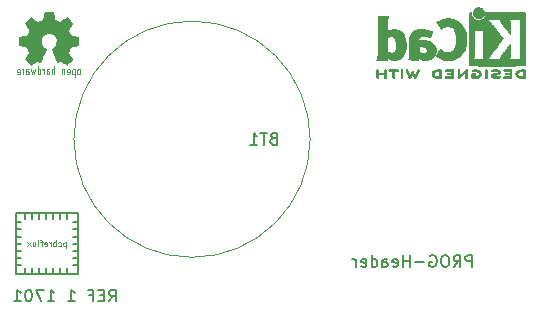
<source format=gbo>
G04 #@! TF.GenerationSoftware,KiCad,Pcbnew,no-vcs-found*
G04 #@! TF.CreationDate,2017-01-06T11:39:05+01:00*
G04 #@! TF.ProjectId,ESP32-HELP-Button-CR2032,45535033322D48454C502D427574746F,rev?*
G04 #@! TF.FileFunction,Legend,Bot*
G04 #@! TF.FilePolarity,Positive*
%FSLAX46Y46*%
G04 Gerber Fmt 4.6, Leading zero omitted, Abs format (unit mm)*
G04 Created by KiCad (PCBNEW no-vcs-found) date Fri Jan  6 11:39:05 2017*
%MOMM*%
%LPD*%
G01*
G04 APERTURE LIST*
%ADD10C,0.100000*%
%ADD11C,0.200000*%
%ADD12C,0.075000*%
%ADD13C,0.002540*%
%ADD14C,0.150000*%
%ADD15C,0.010000*%
%ADD16C,0.050000*%
G04 APERTURE END LIST*
D10*
D11*
X65792000Y-56286380D02*
X65792000Y-55286380D01*
X65411047Y-55286380D01*
X65315809Y-55334000D01*
X65268190Y-55381619D01*
X65220571Y-55476857D01*
X65220571Y-55619714D01*
X65268190Y-55714952D01*
X65315809Y-55762571D01*
X65411047Y-55810190D01*
X65792000Y-55810190D01*
X64220571Y-56286380D02*
X64553904Y-55810190D01*
X64792000Y-56286380D02*
X64792000Y-55286380D01*
X64411047Y-55286380D01*
X64315809Y-55334000D01*
X64268190Y-55381619D01*
X64220571Y-55476857D01*
X64220571Y-55619714D01*
X64268190Y-55714952D01*
X64315809Y-55762571D01*
X64411047Y-55810190D01*
X64792000Y-55810190D01*
X63601523Y-55286380D02*
X63411047Y-55286380D01*
X63315809Y-55334000D01*
X63220571Y-55429238D01*
X63172952Y-55619714D01*
X63172952Y-55953047D01*
X63220571Y-56143523D01*
X63315809Y-56238761D01*
X63411047Y-56286380D01*
X63601523Y-56286380D01*
X63696761Y-56238761D01*
X63792000Y-56143523D01*
X63839619Y-55953047D01*
X63839619Y-55619714D01*
X63792000Y-55429238D01*
X63696761Y-55334000D01*
X63601523Y-55286380D01*
X62220571Y-55334000D02*
X62315809Y-55286380D01*
X62458666Y-55286380D01*
X62601523Y-55334000D01*
X62696761Y-55429238D01*
X62744380Y-55524476D01*
X62792000Y-55714952D01*
X62792000Y-55857809D01*
X62744380Y-56048285D01*
X62696761Y-56143523D01*
X62601523Y-56238761D01*
X62458666Y-56286380D01*
X62363428Y-56286380D01*
X62220571Y-56238761D01*
X62172952Y-56191142D01*
X62172952Y-55857809D01*
X62363428Y-55857809D01*
X61744380Y-55905428D02*
X60982476Y-55905428D01*
X60506285Y-56286380D02*
X60506285Y-55286380D01*
X60506285Y-55762571D02*
X59934857Y-55762571D01*
X59934857Y-56286380D02*
X59934857Y-55286380D01*
X59077714Y-56238761D02*
X59172952Y-56286380D01*
X59363428Y-56286380D01*
X59458666Y-56238761D01*
X59506285Y-56143523D01*
X59506285Y-55762571D01*
X59458666Y-55667333D01*
X59363428Y-55619714D01*
X59172952Y-55619714D01*
X59077714Y-55667333D01*
X59030095Y-55762571D01*
X59030095Y-55857809D01*
X59506285Y-55953047D01*
X58172952Y-56286380D02*
X58172952Y-55762571D01*
X58220571Y-55667333D01*
X58315809Y-55619714D01*
X58506285Y-55619714D01*
X58601523Y-55667333D01*
X58172952Y-56238761D02*
X58268190Y-56286380D01*
X58506285Y-56286380D01*
X58601523Y-56238761D01*
X58649142Y-56143523D01*
X58649142Y-56048285D01*
X58601523Y-55953047D01*
X58506285Y-55905428D01*
X58268190Y-55905428D01*
X58172952Y-55857809D01*
X57268190Y-56286380D02*
X57268190Y-55286380D01*
X57268190Y-56238761D02*
X57363428Y-56286380D01*
X57553904Y-56286380D01*
X57649142Y-56238761D01*
X57696761Y-56191142D01*
X57744380Y-56095904D01*
X57744380Y-55810190D01*
X57696761Y-55714952D01*
X57649142Y-55667333D01*
X57553904Y-55619714D01*
X57363428Y-55619714D01*
X57268190Y-55667333D01*
X56411047Y-56238761D02*
X56506285Y-56286380D01*
X56696761Y-56286380D01*
X56792000Y-56238761D01*
X56839619Y-56143523D01*
X56839619Y-55762571D01*
X56792000Y-55667333D01*
X56696761Y-55619714D01*
X56506285Y-55619714D01*
X56411047Y-55667333D01*
X56363428Y-55762571D01*
X56363428Y-55857809D01*
X56839619Y-55953047D01*
X55934857Y-56286380D02*
X55934857Y-55619714D01*
X55934857Y-55810190D02*
X55887238Y-55714952D01*
X55839619Y-55667333D01*
X55744380Y-55619714D01*
X55649142Y-55619714D01*
X35042285Y-59207380D02*
X35375619Y-58731190D01*
X35613714Y-59207380D02*
X35613714Y-58207380D01*
X35232761Y-58207380D01*
X35137523Y-58255000D01*
X35089904Y-58302619D01*
X35042285Y-58397857D01*
X35042285Y-58540714D01*
X35089904Y-58635952D01*
X35137523Y-58683571D01*
X35232761Y-58731190D01*
X35613714Y-58731190D01*
X34613714Y-58683571D02*
X34280380Y-58683571D01*
X34137523Y-59207380D02*
X34613714Y-59207380D01*
X34613714Y-58207380D01*
X34137523Y-58207380D01*
X33375619Y-58683571D02*
X33708952Y-58683571D01*
X33708952Y-59207380D02*
X33708952Y-58207380D01*
X33232761Y-58207380D01*
X31566095Y-59207380D02*
X32137523Y-59207380D01*
X31851809Y-59207380D02*
X31851809Y-58207380D01*
X31947047Y-58350238D01*
X32042285Y-58445476D01*
X32137523Y-58493095D01*
X29851809Y-59207380D02*
X30423238Y-59207380D01*
X30137523Y-59207380D02*
X30137523Y-58207380D01*
X30232761Y-58350238D01*
X30328000Y-58445476D01*
X30423238Y-58493095D01*
X29518476Y-58207380D02*
X28851809Y-58207380D01*
X29280380Y-59207380D01*
X28280380Y-58207380D02*
X28185142Y-58207380D01*
X28089904Y-58255000D01*
X28042285Y-58302619D01*
X27994666Y-58397857D01*
X27947047Y-58588333D01*
X27947047Y-58826428D01*
X27994666Y-59016904D01*
X28042285Y-59112142D01*
X28089904Y-59159761D01*
X28185142Y-59207380D01*
X28280380Y-59207380D01*
X28375619Y-59159761D01*
X28423238Y-59112142D01*
X28470857Y-59016904D01*
X28518476Y-58826428D01*
X28518476Y-58588333D01*
X28470857Y-58397857D01*
X28423238Y-58302619D01*
X28375619Y-58255000D01*
X28280380Y-58207380D01*
X26994666Y-59207380D02*
X27566095Y-59207380D01*
X27280380Y-59207380D02*
X27280380Y-58207380D01*
X27375619Y-58350238D01*
X27470857Y-58445476D01*
X27566095Y-58493095D01*
D12*
X27771000Y-39531000D02*
X27771000Y-39991000D01*
X27681000Y-39531000D02*
X27631000Y-39531000D01*
X27731000Y-39561000D02*
X27681000Y-39531000D01*
X27751000Y-39581000D02*
X27731000Y-39561000D01*
X27771000Y-39651000D02*
X27751000Y-39581000D01*
X27331000Y-39991000D02*
X27281000Y-39961000D01*
X27431000Y-39991000D02*
X27331000Y-39991000D01*
X27471000Y-39961000D02*
X27431000Y-39991000D01*
X27491000Y-39891000D02*
X27471000Y-39961000D01*
X27491000Y-39621000D02*
X27491000Y-39891000D01*
X27461000Y-39561000D02*
X27491000Y-39621000D01*
X27421000Y-39531000D02*
X27461000Y-39561000D01*
X27321000Y-39531000D02*
X27421000Y-39531000D01*
X27281000Y-39571000D02*
X27321000Y-39531000D01*
X27261000Y-39641000D02*
X27281000Y-39571000D01*
X27261000Y-39761000D02*
X27261000Y-39641000D01*
X27261000Y-39761000D02*
X27491000Y-39761000D01*
X28011000Y-39621000D02*
X28011000Y-39991000D01*
X28041000Y-39561000D02*
X28011000Y-39621000D01*
X28081000Y-39531000D02*
X28041000Y-39561000D01*
X28181000Y-39531000D02*
X28081000Y-39531000D01*
X28231000Y-39561000D02*
X28181000Y-39531000D01*
X28171000Y-39721000D02*
X28221000Y-39751000D01*
X28051000Y-39721000D02*
X28171000Y-39721000D01*
X28011000Y-39691000D02*
X28051000Y-39721000D01*
X28061000Y-39991000D02*
X28011000Y-39951000D01*
X28181000Y-39991000D02*
X28061000Y-39991000D01*
X28231000Y-39951000D02*
X28181000Y-39991000D01*
X28251000Y-39891000D02*
X28231000Y-39951000D01*
X28251000Y-39821000D02*
X28251000Y-39891000D01*
X28221000Y-39751000D02*
X28251000Y-39821000D01*
X28801000Y-39531000D02*
X28701000Y-39991000D01*
X28701000Y-39991000D02*
X28611000Y-39651000D01*
X28611000Y-39651000D02*
X28511000Y-39991000D01*
X28511000Y-39991000D02*
X28411000Y-39531000D01*
X28991000Y-39961000D02*
X29031000Y-39991000D01*
X29031000Y-39991000D02*
X29141000Y-39991000D01*
X29141000Y-39991000D02*
X29181000Y-39961000D01*
X29181000Y-39961000D02*
X29201000Y-39931000D01*
X29201000Y-39931000D02*
X29231000Y-39861000D01*
X29231000Y-39861000D02*
X29231000Y-39661000D01*
X29231000Y-39661000D02*
X29201000Y-39591000D01*
X29201000Y-39591000D02*
X29181000Y-39561000D01*
X29181000Y-39561000D02*
X29121000Y-39521000D01*
X29121000Y-39521000D02*
X29051000Y-39521000D01*
X29051000Y-39521000D02*
X28991000Y-39561000D01*
X28991000Y-39291000D02*
X28991000Y-39991000D01*
X29511000Y-39651000D02*
X29491000Y-39581000D01*
X29491000Y-39581000D02*
X29471000Y-39561000D01*
X29471000Y-39561000D02*
X29421000Y-39531000D01*
X29421000Y-39531000D02*
X29371000Y-39531000D01*
X29511000Y-39531000D02*
X29511000Y-39991000D01*
X29961000Y-39751000D02*
X29991000Y-39821000D01*
X29991000Y-39821000D02*
X29991000Y-39891000D01*
X29991000Y-39891000D02*
X29971000Y-39951000D01*
X29971000Y-39951000D02*
X29921000Y-39991000D01*
X29921000Y-39991000D02*
X29801000Y-39991000D01*
X29801000Y-39991000D02*
X29751000Y-39951000D01*
X29751000Y-39691000D02*
X29791000Y-39721000D01*
X29791000Y-39721000D02*
X29911000Y-39721000D01*
X29911000Y-39721000D02*
X29961000Y-39751000D01*
X29971000Y-39561000D02*
X29921000Y-39531000D01*
X29921000Y-39531000D02*
X29821000Y-39531000D01*
X29821000Y-39531000D02*
X29781000Y-39561000D01*
X29781000Y-39561000D02*
X29751000Y-39621000D01*
X29751000Y-39621000D02*
X29751000Y-39991000D01*
X30421000Y-39601000D02*
X30401000Y-39561000D01*
X30401000Y-39561000D02*
X30351000Y-39531000D01*
X30351000Y-39531000D02*
X30271000Y-39531000D01*
X30271000Y-39531000D02*
X30231000Y-39561000D01*
X30231000Y-39561000D02*
X30211000Y-39621000D01*
X30211000Y-39621000D02*
X30211000Y-39991000D01*
X30421000Y-39291000D02*
X30421000Y-39991000D01*
X31471000Y-39761000D02*
X31701000Y-39761000D01*
X31251000Y-39591000D02*
X31231000Y-39561000D01*
X31231000Y-39561000D02*
X31191000Y-39531000D01*
X31191000Y-39531000D02*
X31101000Y-39531000D01*
X31101000Y-39531000D02*
X31061000Y-39561000D01*
X31061000Y-39561000D02*
X31041000Y-39621000D01*
X31041000Y-39621000D02*
X31041000Y-39991000D01*
X31251000Y-39531000D02*
X31251000Y-39991000D01*
X31471000Y-39761000D02*
X31471000Y-39641000D01*
X31471000Y-39641000D02*
X31491000Y-39571000D01*
X31491000Y-39571000D02*
X31531000Y-39531000D01*
X31531000Y-39531000D02*
X31631000Y-39531000D01*
X31631000Y-39531000D02*
X31671000Y-39561000D01*
X31671000Y-39561000D02*
X31701000Y-39621000D01*
X31701000Y-39621000D02*
X31701000Y-39891000D01*
X31701000Y-39891000D02*
X31681000Y-39961000D01*
X31681000Y-39961000D02*
X31641000Y-39991000D01*
X31641000Y-39991000D02*
X31541000Y-39991000D01*
X31541000Y-39991000D02*
X31491000Y-39961000D01*
X32131000Y-39561000D02*
X32091000Y-39531000D01*
X32091000Y-39531000D02*
X31991000Y-39531000D01*
X31991000Y-39531000D02*
X31951000Y-39561000D01*
X31951000Y-39561000D02*
X31921000Y-39591000D01*
X31921000Y-39591000D02*
X31901000Y-39651000D01*
X31901000Y-39651000D02*
X31901000Y-39871000D01*
X31901000Y-39871000D02*
X31921000Y-39931000D01*
X31921000Y-39931000D02*
X31941000Y-39961000D01*
X31941000Y-39961000D02*
X31981000Y-39991000D01*
X31981000Y-39991000D02*
X32081000Y-39991000D01*
X32081000Y-39991000D02*
X32131000Y-39961000D01*
X32131000Y-40231000D02*
X32131000Y-39531000D01*
X32441000Y-39531000D02*
X32521000Y-39531000D01*
X32521000Y-39531000D02*
X32561000Y-39561000D01*
X32561000Y-39561000D02*
X32581000Y-39591000D01*
X32581000Y-39591000D02*
X32611000Y-39661000D01*
X32521000Y-39991000D02*
X32441000Y-39991000D01*
X32441000Y-39991000D02*
X32391000Y-39961000D01*
X32391000Y-39961000D02*
X32371000Y-39931000D01*
X32371000Y-39931000D02*
X32351000Y-39861000D01*
X32351000Y-39861000D02*
X32351000Y-39661000D01*
X32351000Y-39661000D02*
X32371000Y-39601000D01*
X32371000Y-39601000D02*
X32391000Y-39571000D01*
X32391000Y-39571000D02*
X32441000Y-39531000D01*
X32611000Y-39661000D02*
X32611000Y-39861000D01*
X32611000Y-39861000D02*
X32591000Y-39921000D01*
X32591000Y-39921000D02*
X32571000Y-39951000D01*
X32571000Y-39951000D02*
X32521000Y-39991000D01*
D13*
G36*
X31444840Y-39156360D02*
X31419440Y-39141120D01*
X31361020Y-39105560D01*
X31277200Y-39049680D01*
X31178140Y-38983640D01*
X31079080Y-38917600D01*
X30997800Y-38864260D01*
X30941920Y-38826160D01*
X30916520Y-38813460D01*
X30903820Y-38818540D01*
X30858100Y-38841400D01*
X30789520Y-38876960D01*
X30748880Y-38897280D01*
X30687920Y-38922680D01*
X30654900Y-38930300D01*
X30649820Y-38920140D01*
X30626960Y-38871880D01*
X30591400Y-38790600D01*
X30545680Y-38681380D01*
X30489800Y-38554380D01*
X30433920Y-38419760D01*
X30375500Y-38280060D01*
X30319620Y-38145440D01*
X30271360Y-38026060D01*
X30230720Y-37929540D01*
X30205320Y-37860960D01*
X30195160Y-37833020D01*
X30197700Y-37825400D01*
X30230720Y-37794920D01*
X30284060Y-37754280D01*
X30403440Y-37657760D01*
X30520280Y-37512980D01*
X30591400Y-37347880D01*
X30614260Y-37162460D01*
X30593940Y-36992280D01*
X30527900Y-36829720D01*
X30413600Y-36682400D01*
X30273900Y-36573180D01*
X30111340Y-36504600D01*
X29931000Y-36481740D01*
X29758280Y-36502060D01*
X29590640Y-36568100D01*
X29443320Y-36679860D01*
X29379820Y-36750980D01*
X29293460Y-36900840D01*
X29245200Y-37058320D01*
X29240120Y-37098960D01*
X29247740Y-37274220D01*
X29298540Y-37444400D01*
X29392520Y-37594260D01*
X29522060Y-37718720D01*
X29537300Y-37728880D01*
X29595720Y-37774600D01*
X29636360Y-37805080D01*
X29666840Y-37830480D01*
X29443320Y-38368960D01*
X29407760Y-38452780D01*
X29346800Y-38600100D01*
X29293460Y-38727100D01*
X29250280Y-38828700D01*
X29219800Y-38894740D01*
X29207100Y-38922680D01*
X29207100Y-38925220D01*
X29186780Y-38927760D01*
X29146140Y-38912520D01*
X29069940Y-38876960D01*
X29021680Y-38851560D01*
X28963260Y-38823620D01*
X28937860Y-38813460D01*
X28915000Y-38826160D01*
X28861660Y-38861720D01*
X28780380Y-38915060D01*
X28683860Y-38978560D01*
X28592420Y-39042060D01*
X28508600Y-39097940D01*
X28447640Y-39136040D01*
X28417160Y-39153820D01*
X28412080Y-39153820D01*
X28386680Y-39138580D01*
X28338420Y-39097940D01*
X28264760Y-39029360D01*
X28160620Y-38925220D01*
X28145380Y-38909980D01*
X28059020Y-38823620D01*
X27990440Y-38749960D01*
X27944720Y-38699160D01*
X27926940Y-38676300D01*
X27926940Y-38676300D01*
X27942180Y-38645820D01*
X27980280Y-38584860D01*
X28036160Y-38498500D01*
X28104740Y-38399440D01*
X28282540Y-38140360D01*
X28186020Y-37896520D01*
X28155540Y-37820320D01*
X28117440Y-37731420D01*
X28089500Y-37665380D01*
X28074260Y-37637440D01*
X28048860Y-37627280D01*
X27980280Y-37612040D01*
X27883760Y-37591720D01*
X27769460Y-37571400D01*
X27657700Y-37551080D01*
X27558640Y-37530760D01*
X27487520Y-37518060D01*
X27454500Y-37510440D01*
X27446880Y-37505360D01*
X27439260Y-37490120D01*
X27436720Y-37457100D01*
X27434180Y-37396140D01*
X27431640Y-37302160D01*
X27431640Y-37162460D01*
X27431640Y-37147220D01*
X27434180Y-37017680D01*
X27436720Y-36911000D01*
X27439260Y-36844960D01*
X27444340Y-36817020D01*
X27444340Y-36817020D01*
X27474820Y-36809400D01*
X27545940Y-36794160D01*
X27645000Y-36776380D01*
X27764380Y-36753520D01*
X27772000Y-36750980D01*
X27888840Y-36728120D01*
X27987900Y-36707800D01*
X28059020Y-36692560D01*
X28086960Y-36682400D01*
X28094580Y-36674780D01*
X28117440Y-36629060D01*
X28150460Y-36555400D01*
X28191100Y-36466500D01*
X28229200Y-36372520D01*
X28262220Y-36288700D01*
X28285080Y-36227740D01*
X28292700Y-36199800D01*
X28290160Y-36197260D01*
X28272380Y-36169320D01*
X28231740Y-36108360D01*
X28175860Y-36024540D01*
X28107280Y-35922940D01*
X28102200Y-35915320D01*
X28033620Y-35816260D01*
X27977740Y-35729900D01*
X27942180Y-35671480D01*
X27926940Y-35643540D01*
X27926940Y-35641000D01*
X27949800Y-35610520D01*
X28000600Y-35554640D01*
X28074260Y-35478440D01*
X28160620Y-35389540D01*
X28188560Y-35364140D01*
X28287620Y-35267620D01*
X28353660Y-35206660D01*
X28396840Y-35173640D01*
X28417160Y-35166020D01*
X28417160Y-35166020D01*
X28447640Y-35183800D01*
X28511140Y-35224440D01*
X28594960Y-35282860D01*
X28696560Y-35351440D01*
X28704180Y-35356520D01*
X28803240Y-35425100D01*
X28887060Y-35480980D01*
X28945480Y-35521620D01*
X28973420Y-35536860D01*
X28975960Y-35536860D01*
X29016600Y-35524160D01*
X29087720Y-35498760D01*
X29176620Y-35465740D01*
X29268060Y-35427640D01*
X29351880Y-35392080D01*
X29415380Y-35364140D01*
X29445860Y-35346360D01*
X29445860Y-35346360D01*
X29456020Y-35310800D01*
X29473800Y-35234600D01*
X29494120Y-35133000D01*
X29519520Y-35011080D01*
X29522060Y-34990760D01*
X29544920Y-34871380D01*
X29562700Y-34772320D01*
X29577940Y-34703740D01*
X29585560Y-34675800D01*
X29600800Y-34673260D01*
X29659220Y-34668180D01*
X29748120Y-34665640D01*
X29857340Y-34665640D01*
X29969100Y-34665640D01*
X30078320Y-34668180D01*
X30172300Y-34670720D01*
X30240880Y-34675800D01*
X30268820Y-34680880D01*
X30268820Y-34683420D01*
X30278980Y-34721520D01*
X30296760Y-34795180D01*
X30317080Y-34899320D01*
X30339940Y-35021240D01*
X30345020Y-35044100D01*
X30367880Y-35160940D01*
X30388200Y-35260000D01*
X30400900Y-35326040D01*
X30408520Y-35353980D01*
X30421220Y-35359060D01*
X30469480Y-35379380D01*
X30548220Y-35412400D01*
X30647280Y-35453040D01*
X30875880Y-35544480D01*
X31157820Y-35353980D01*
X31183220Y-35336200D01*
X31284820Y-35267620D01*
X31366100Y-35211740D01*
X31424520Y-35173640D01*
X31447380Y-35160940D01*
X31449920Y-35160940D01*
X31477860Y-35186340D01*
X31533740Y-35239680D01*
X31609940Y-35313340D01*
X31698840Y-35399700D01*
X31762340Y-35465740D01*
X31841080Y-35544480D01*
X31889340Y-35597820D01*
X31917280Y-35630840D01*
X31924900Y-35651160D01*
X31922360Y-35666400D01*
X31904580Y-35694340D01*
X31863940Y-35755300D01*
X31805520Y-35841660D01*
X31736940Y-35940720D01*
X31681060Y-36024540D01*
X31620100Y-36118520D01*
X31582000Y-36184560D01*
X31566760Y-36217580D01*
X31571840Y-36230280D01*
X31589620Y-36286160D01*
X31625180Y-36369980D01*
X31665820Y-36469040D01*
X31764880Y-36690020D01*
X31909660Y-36717960D01*
X31998560Y-36735740D01*
X32120480Y-36758600D01*
X32239860Y-36781460D01*
X32422740Y-36817020D01*
X32430360Y-37492660D01*
X32402420Y-37505360D01*
X32374480Y-37512980D01*
X32305900Y-37528220D01*
X32209380Y-37548540D01*
X32092540Y-37568860D01*
X31996020Y-37586640D01*
X31896960Y-37606960D01*
X31825840Y-37619660D01*
X31795360Y-37627280D01*
X31785200Y-37637440D01*
X31762340Y-37685700D01*
X31726780Y-37761900D01*
X31686140Y-37853340D01*
X31648040Y-37947320D01*
X31612480Y-38036220D01*
X31589620Y-38102260D01*
X31579460Y-38135280D01*
X31592160Y-38163220D01*
X31630260Y-38221640D01*
X31683600Y-38302920D01*
X31752180Y-38401980D01*
X31818220Y-38498500D01*
X31876640Y-38582320D01*
X31914740Y-38643280D01*
X31932520Y-38671220D01*
X31922360Y-38689000D01*
X31884260Y-38737260D01*
X31810600Y-38813460D01*
X31698840Y-38922680D01*
X31681060Y-38940460D01*
X31594700Y-39024280D01*
X31521040Y-39092860D01*
X31467700Y-39138580D01*
X31444840Y-39156360D01*
X31444840Y-39156360D01*
G37*
X31444840Y-39156360D02*
X31419440Y-39141120D01*
X31361020Y-39105560D01*
X31277200Y-39049680D01*
X31178140Y-38983640D01*
X31079080Y-38917600D01*
X30997800Y-38864260D01*
X30941920Y-38826160D01*
X30916520Y-38813460D01*
X30903820Y-38818540D01*
X30858100Y-38841400D01*
X30789520Y-38876960D01*
X30748880Y-38897280D01*
X30687920Y-38922680D01*
X30654900Y-38930300D01*
X30649820Y-38920140D01*
X30626960Y-38871880D01*
X30591400Y-38790600D01*
X30545680Y-38681380D01*
X30489800Y-38554380D01*
X30433920Y-38419760D01*
X30375500Y-38280060D01*
X30319620Y-38145440D01*
X30271360Y-38026060D01*
X30230720Y-37929540D01*
X30205320Y-37860960D01*
X30195160Y-37833020D01*
X30197700Y-37825400D01*
X30230720Y-37794920D01*
X30284060Y-37754280D01*
X30403440Y-37657760D01*
X30520280Y-37512980D01*
X30591400Y-37347880D01*
X30614260Y-37162460D01*
X30593940Y-36992280D01*
X30527900Y-36829720D01*
X30413600Y-36682400D01*
X30273900Y-36573180D01*
X30111340Y-36504600D01*
X29931000Y-36481740D01*
X29758280Y-36502060D01*
X29590640Y-36568100D01*
X29443320Y-36679860D01*
X29379820Y-36750980D01*
X29293460Y-36900840D01*
X29245200Y-37058320D01*
X29240120Y-37098960D01*
X29247740Y-37274220D01*
X29298540Y-37444400D01*
X29392520Y-37594260D01*
X29522060Y-37718720D01*
X29537300Y-37728880D01*
X29595720Y-37774600D01*
X29636360Y-37805080D01*
X29666840Y-37830480D01*
X29443320Y-38368960D01*
X29407760Y-38452780D01*
X29346800Y-38600100D01*
X29293460Y-38727100D01*
X29250280Y-38828700D01*
X29219800Y-38894740D01*
X29207100Y-38922680D01*
X29207100Y-38925220D01*
X29186780Y-38927760D01*
X29146140Y-38912520D01*
X29069940Y-38876960D01*
X29021680Y-38851560D01*
X28963260Y-38823620D01*
X28937860Y-38813460D01*
X28915000Y-38826160D01*
X28861660Y-38861720D01*
X28780380Y-38915060D01*
X28683860Y-38978560D01*
X28592420Y-39042060D01*
X28508600Y-39097940D01*
X28447640Y-39136040D01*
X28417160Y-39153820D01*
X28412080Y-39153820D01*
X28386680Y-39138580D01*
X28338420Y-39097940D01*
X28264760Y-39029360D01*
X28160620Y-38925220D01*
X28145380Y-38909980D01*
X28059020Y-38823620D01*
X27990440Y-38749960D01*
X27944720Y-38699160D01*
X27926940Y-38676300D01*
X27926940Y-38676300D01*
X27942180Y-38645820D01*
X27980280Y-38584860D01*
X28036160Y-38498500D01*
X28104740Y-38399440D01*
X28282540Y-38140360D01*
X28186020Y-37896520D01*
X28155540Y-37820320D01*
X28117440Y-37731420D01*
X28089500Y-37665380D01*
X28074260Y-37637440D01*
X28048860Y-37627280D01*
X27980280Y-37612040D01*
X27883760Y-37591720D01*
X27769460Y-37571400D01*
X27657700Y-37551080D01*
X27558640Y-37530760D01*
X27487520Y-37518060D01*
X27454500Y-37510440D01*
X27446880Y-37505360D01*
X27439260Y-37490120D01*
X27436720Y-37457100D01*
X27434180Y-37396140D01*
X27431640Y-37302160D01*
X27431640Y-37162460D01*
X27431640Y-37147220D01*
X27434180Y-37017680D01*
X27436720Y-36911000D01*
X27439260Y-36844960D01*
X27444340Y-36817020D01*
X27444340Y-36817020D01*
X27474820Y-36809400D01*
X27545940Y-36794160D01*
X27645000Y-36776380D01*
X27764380Y-36753520D01*
X27772000Y-36750980D01*
X27888840Y-36728120D01*
X27987900Y-36707800D01*
X28059020Y-36692560D01*
X28086960Y-36682400D01*
X28094580Y-36674780D01*
X28117440Y-36629060D01*
X28150460Y-36555400D01*
X28191100Y-36466500D01*
X28229200Y-36372520D01*
X28262220Y-36288700D01*
X28285080Y-36227740D01*
X28292700Y-36199800D01*
X28290160Y-36197260D01*
X28272380Y-36169320D01*
X28231740Y-36108360D01*
X28175860Y-36024540D01*
X28107280Y-35922940D01*
X28102200Y-35915320D01*
X28033620Y-35816260D01*
X27977740Y-35729900D01*
X27942180Y-35671480D01*
X27926940Y-35643540D01*
X27926940Y-35641000D01*
X27949800Y-35610520D01*
X28000600Y-35554640D01*
X28074260Y-35478440D01*
X28160620Y-35389540D01*
X28188560Y-35364140D01*
X28287620Y-35267620D01*
X28353660Y-35206660D01*
X28396840Y-35173640D01*
X28417160Y-35166020D01*
X28417160Y-35166020D01*
X28447640Y-35183800D01*
X28511140Y-35224440D01*
X28594960Y-35282860D01*
X28696560Y-35351440D01*
X28704180Y-35356520D01*
X28803240Y-35425100D01*
X28887060Y-35480980D01*
X28945480Y-35521620D01*
X28973420Y-35536860D01*
X28975960Y-35536860D01*
X29016600Y-35524160D01*
X29087720Y-35498760D01*
X29176620Y-35465740D01*
X29268060Y-35427640D01*
X29351880Y-35392080D01*
X29415380Y-35364140D01*
X29445860Y-35346360D01*
X29445860Y-35346360D01*
X29456020Y-35310800D01*
X29473800Y-35234600D01*
X29494120Y-35133000D01*
X29519520Y-35011080D01*
X29522060Y-34990760D01*
X29544920Y-34871380D01*
X29562700Y-34772320D01*
X29577940Y-34703740D01*
X29585560Y-34675800D01*
X29600800Y-34673260D01*
X29659220Y-34668180D01*
X29748120Y-34665640D01*
X29857340Y-34665640D01*
X29969100Y-34665640D01*
X30078320Y-34668180D01*
X30172300Y-34670720D01*
X30240880Y-34675800D01*
X30268820Y-34680880D01*
X30268820Y-34683420D01*
X30278980Y-34721520D01*
X30296760Y-34795180D01*
X30317080Y-34899320D01*
X30339940Y-35021240D01*
X30345020Y-35044100D01*
X30367880Y-35160940D01*
X30388200Y-35260000D01*
X30400900Y-35326040D01*
X30408520Y-35353980D01*
X30421220Y-35359060D01*
X30469480Y-35379380D01*
X30548220Y-35412400D01*
X30647280Y-35453040D01*
X30875880Y-35544480D01*
X31157820Y-35353980D01*
X31183220Y-35336200D01*
X31284820Y-35267620D01*
X31366100Y-35211740D01*
X31424520Y-35173640D01*
X31447380Y-35160940D01*
X31449920Y-35160940D01*
X31477860Y-35186340D01*
X31533740Y-35239680D01*
X31609940Y-35313340D01*
X31698840Y-35399700D01*
X31762340Y-35465740D01*
X31841080Y-35544480D01*
X31889340Y-35597820D01*
X31917280Y-35630840D01*
X31924900Y-35651160D01*
X31922360Y-35666400D01*
X31904580Y-35694340D01*
X31863940Y-35755300D01*
X31805520Y-35841660D01*
X31736940Y-35940720D01*
X31681060Y-36024540D01*
X31620100Y-36118520D01*
X31582000Y-36184560D01*
X31566760Y-36217580D01*
X31571840Y-36230280D01*
X31589620Y-36286160D01*
X31625180Y-36369980D01*
X31665820Y-36469040D01*
X31764880Y-36690020D01*
X31909660Y-36717960D01*
X31998560Y-36735740D01*
X32120480Y-36758600D01*
X32239860Y-36781460D01*
X32422740Y-36817020D01*
X32430360Y-37492660D01*
X32402420Y-37505360D01*
X32374480Y-37512980D01*
X32305900Y-37528220D01*
X32209380Y-37548540D01*
X32092540Y-37568860D01*
X31996020Y-37586640D01*
X31896960Y-37606960D01*
X31825840Y-37619660D01*
X31795360Y-37627280D01*
X31785200Y-37637440D01*
X31762340Y-37685700D01*
X31726780Y-37761900D01*
X31686140Y-37853340D01*
X31648040Y-37947320D01*
X31612480Y-38036220D01*
X31589620Y-38102260D01*
X31579460Y-38135280D01*
X31592160Y-38163220D01*
X31630260Y-38221640D01*
X31683600Y-38302920D01*
X31752180Y-38401980D01*
X31818220Y-38498500D01*
X31876640Y-38582320D01*
X31914740Y-38643280D01*
X31932520Y-38671220D01*
X31922360Y-38689000D01*
X31884260Y-38737260D01*
X31810600Y-38813460D01*
X31698840Y-38922680D01*
X31681060Y-38940460D01*
X31594700Y-39024280D01*
X31521040Y-39092860D01*
X31467700Y-39138580D01*
X31444840Y-39156360D01*
D14*
X31504000Y-51810000D02*
X31504000Y-52210000D01*
X30904000Y-51810000D02*
X30904000Y-52210000D01*
X30304000Y-51810000D02*
X30304000Y-52210000D01*
X29704000Y-51810000D02*
X29704000Y-52210000D01*
X29104000Y-51810000D02*
X29104000Y-52210000D01*
X28504000Y-51810000D02*
X28504000Y-52210000D01*
X27904000Y-51810000D02*
X27904000Y-52210000D01*
X27204000Y-56910000D02*
X32404000Y-56910000D01*
X27204000Y-51710000D02*
X32404000Y-51710000D01*
X27904000Y-56410000D02*
X27904000Y-56810000D01*
X28504000Y-56410000D02*
X28504000Y-56810000D01*
X29104000Y-56410000D02*
X29104000Y-56810000D01*
X29704000Y-56410000D02*
X29704000Y-56810000D01*
X30304000Y-56410000D02*
X30304000Y-56810000D01*
X30904000Y-56410000D02*
X30904000Y-56810000D01*
X31504000Y-56410000D02*
X31504000Y-56810000D01*
X27204000Y-56110000D02*
X27604000Y-56110000D01*
X27204000Y-55510000D02*
X27604000Y-55510000D01*
X27204000Y-54910000D02*
X27604000Y-54910000D01*
X27204000Y-54310000D02*
X27604000Y-54310000D01*
X27204000Y-53710000D02*
X27604000Y-53710000D01*
X27204000Y-53110000D02*
X27604000Y-53110000D01*
X27204000Y-52510000D02*
X27604000Y-52510000D01*
X32004000Y-52510000D02*
X32404000Y-52510000D01*
X32004000Y-53110000D02*
X32404000Y-53110000D01*
X32004000Y-53710000D02*
X32404000Y-53710000D01*
X32004000Y-54310000D02*
X32404000Y-54310000D01*
X32004000Y-54910000D02*
X32404000Y-54910000D01*
X32004000Y-55510000D02*
X32404000Y-55510000D01*
X32004000Y-56110000D02*
X32404000Y-56110000D01*
X32404000Y-56910000D02*
X32404000Y-51710000D01*
X27204000Y-51710000D02*
X27204000Y-56910000D01*
D15*
G36*
X70088371Y-39561066D02*
X70048889Y-39561467D01*
X69933200Y-39564259D01*
X69836311Y-39572550D01*
X69754919Y-39587232D01*
X69685723Y-39609193D01*
X69625420Y-39639322D01*
X69570708Y-39678510D01*
X69551167Y-39695532D01*
X69518750Y-39735363D01*
X69489520Y-39789413D01*
X69466991Y-39849323D01*
X69454679Y-39906739D01*
X69453400Y-39927956D01*
X69461417Y-39986769D01*
X69482899Y-40051013D01*
X69513999Y-40111821D01*
X69550866Y-40160330D01*
X69556854Y-40166182D01*
X69607579Y-40207321D01*
X69663125Y-40239435D01*
X69726696Y-40263365D01*
X69801494Y-40279953D01*
X69890722Y-40290041D01*
X69997582Y-40294469D01*
X70046528Y-40294845D01*
X70108762Y-40294545D01*
X70152528Y-40293292D01*
X70181931Y-40290554D01*
X70201079Y-40285801D01*
X70214077Y-40278501D01*
X70221045Y-40272267D01*
X70227626Y-40264694D01*
X70232788Y-40254924D01*
X70236703Y-40240340D01*
X70239543Y-40218326D01*
X70241480Y-40186264D01*
X70242684Y-40141536D01*
X70243328Y-40081526D01*
X70243583Y-40003617D01*
X70243622Y-39927956D01*
X70243870Y-39827041D01*
X70243817Y-39746427D01*
X70242857Y-39707822D01*
X70096867Y-39707822D01*
X70096867Y-40148089D01*
X70003734Y-40148004D01*
X69947693Y-40146396D01*
X69888999Y-40142256D01*
X69840028Y-40136464D01*
X69838538Y-40136226D01*
X69759392Y-40117090D01*
X69698002Y-40087287D01*
X69651305Y-40044878D01*
X69621635Y-39998961D01*
X69603353Y-39948026D01*
X69604771Y-39900200D01*
X69625988Y-39848933D01*
X69667489Y-39795899D01*
X69724998Y-39756600D01*
X69799750Y-39730331D01*
X69849708Y-39721035D01*
X69906416Y-39714507D01*
X69966519Y-39709782D01*
X70017639Y-39707817D01*
X70020667Y-39707808D01*
X70096867Y-39707822D01*
X70242857Y-39707822D01*
X70242260Y-39683851D01*
X70237998Y-39637055D01*
X70229830Y-39603778D01*
X70216556Y-39581759D01*
X70196974Y-39568739D01*
X70169883Y-39562457D01*
X70134082Y-39560653D01*
X70088371Y-39561066D01*
X70088371Y-39561066D01*
G37*
X70088371Y-39561066D02*
X70048889Y-39561467D01*
X69933200Y-39564259D01*
X69836311Y-39572550D01*
X69754919Y-39587232D01*
X69685723Y-39609193D01*
X69625420Y-39639322D01*
X69570708Y-39678510D01*
X69551167Y-39695532D01*
X69518750Y-39735363D01*
X69489520Y-39789413D01*
X69466991Y-39849323D01*
X69454679Y-39906739D01*
X69453400Y-39927956D01*
X69461417Y-39986769D01*
X69482899Y-40051013D01*
X69513999Y-40111821D01*
X69550866Y-40160330D01*
X69556854Y-40166182D01*
X69607579Y-40207321D01*
X69663125Y-40239435D01*
X69726696Y-40263365D01*
X69801494Y-40279953D01*
X69890722Y-40290041D01*
X69997582Y-40294469D01*
X70046528Y-40294845D01*
X70108762Y-40294545D01*
X70152528Y-40293292D01*
X70181931Y-40290554D01*
X70201079Y-40285801D01*
X70214077Y-40278501D01*
X70221045Y-40272267D01*
X70227626Y-40264694D01*
X70232788Y-40254924D01*
X70236703Y-40240340D01*
X70239543Y-40218326D01*
X70241480Y-40186264D01*
X70242684Y-40141536D01*
X70243328Y-40081526D01*
X70243583Y-40003617D01*
X70243622Y-39927956D01*
X70243870Y-39827041D01*
X70243817Y-39746427D01*
X70242857Y-39707822D01*
X70096867Y-39707822D01*
X70096867Y-40148089D01*
X70003734Y-40148004D01*
X69947693Y-40146396D01*
X69888999Y-40142256D01*
X69840028Y-40136464D01*
X69838538Y-40136226D01*
X69759392Y-40117090D01*
X69698002Y-40087287D01*
X69651305Y-40044878D01*
X69621635Y-39998961D01*
X69603353Y-39948026D01*
X69604771Y-39900200D01*
X69625988Y-39848933D01*
X69667489Y-39795899D01*
X69724998Y-39756600D01*
X69799750Y-39730331D01*
X69849708Y-39721035D01*
X69906416Y-39714507D01*
X69966519Y-39709782D01*
X70017639Y-39707817D01*
X70020667Y-39707808D01*
X70096867Y-39707822D01*
X70242857Y-39707822D01*
X70242260Y-39683851D01*
X70237998Y-39637055D01*
X70229830Y-39603778D01*
X70216556Y-39581759D01*
X70196974Y-39568739D01*
X70169883Y-39562457D01*
X70134082Y-39560653D01*
X70088371Y-39561066D01*
G36*
X68679794Y-39561146D02*
X68610386Y-39561518D01*
X68557997Y-39562385D01*
X68519847Y-39563946D01*
X68493159Y-39566403D01*
X68475153Y-39569957D01*
X68463049Y-39574810D01*
X68454069Y-39581161D01*
X68450818Y-39584084D01*
X68431043Y-39615142D01*
X68427482Y-39650828D01*
X68440491Y-39682510D01*
X68446506Y-39688913D01*
X68456235Y-39695121D01*
X68471901Y-39699910D01*
X68496408Y-39703514D01*
X68532661Y-39706164D01*
X68583565Y-39708095D01*
X68652026Y-39709539D01*
X68714617Y-39710418D01*
X68962334Y-39713467D01*
X68965719Y-39778378D01*
X68969105Y-39843289D01*
X68800958Y-39843289D01*
X68727959Y-39843919D01*
X68674517Y-39846553D01*
X68637628Y-39852309D01*
X68614288Y-39862304D01*
X68601494Y-39877656D01*
X68596242Y-39899482D01*
X68595445Y-39919738D01*
X68597923Y-39944592D01*
X68607277Y-39962906D01*
X68626383Y-39975637D01*
X68658118Y-39983741D01*
X68705359Y-39988176D01*
X68770983Y-39989899D01*
X68806801Y-39990045D01*
X68967978Y-39990045D01*
X68967978Y-40148089D01*
X68719622Y-40148089D01*
X68638213Y-40148202D01*
X68576342Y-40148712D01*
X68530968Y-40149870D01*
X68499054Y-40151930D01*
X68477559Y-40155146D01*
X68463443Y-40159772D01*
X68453668Y-40166059D01*
X68448689Y-40170667D01*
X68431610Y-40197560D01*
X68426111Y-40221467D01*
X68433963Y-40250667D01*
X68448689Y-40272267D01*
X68456546Y-40279066D01*
X68466688Y-40284346D01*
X68481844Y-40288298D01*
X68504741Y-40291113D01*
X68538109Y-40292982D01*
X68584675Y-40294098D01*
X68647167Y-40294651D01*
X68728314Y-40294833D01*
X68770422Y-40294845D01*
X68860598Y-40294765D01*
X68930924Y-40294398D01*
X68984129Y-40293552D01*
X69022940Y-40292036D01*
X69050087Y-40289659D01*
X69068298Y-40286229D01*
X69080300Y-40281554D01*
X69088822Y-40275444D01*
X69092156Y-40272267D01*
X69098755Y-40264670D01*
X69103927Y-40254870D01*
X69107846Y-40240239D01*
X69110684Y-40218152D01*
X69112615Y-40185982D01*
X69113812Y-40141103D01*
X69114448Y-40080889D01*
X69114697Y-40002713D01*
X69114734Y-39929923D01*
X69114700Y-39836707D01*
X69114465Y-39763431D01*
X69113830Y-39707458D01*
X69112594Y-39666151D01*
X69110556Y-39636872D01*
X69107517Y-39616984D01*
X69103277Y-39603850D01*
X69097635Y-39594832D01*
X69090391Y-39587293D01*
X69088606Y-39585612D01*
X69079945Y-39578172D01*
X69069882Y-39572409D01*
X69055625Y-39568112D01*
X69034383Y-39565064D01*
X69003364Y-39563051D01*
X68959777Y-39561860D01*
X68900831Y-39561275D01*
X68823734Y-39561083D01*
X68769001Y-39561067D01*
X68679794Y-39561146D01*
X68679794Y-39561146D01*
G37*
X68679794Y-39561146D02*
X68610386Y-39561518D01*
X68557997Y-39562385D01*
X68519847Y-39563946D01*
X68493159Y-39566403D01*
X68475153Y-39569957D01*
X68463049Y-39574810D01*
X68454069Y-39581161D01*
X68450818Y-39584084D01*
X68431043Y-39615142D01*
X68427482Y-39650828D01*
X68440491Y-39682510D01*
X68446506Y-39688913D01*
X68456235Y-39695121D01*
X68471901Y-39699910D01*
X68496408Y-39703514D01*
X68532661Y-39706164D01*
X68583565Y-39708095D01*
X68652026Y-39709539D01*
X68714617Y-39710418D01*
X68962334Y-39713467D01*
X68965719Y-39778378D01*
X68969105Y-39843289D01*
X68800958Y-39843289D01*
X68727959Y-39843919D01*
X68674517Y-39846553D01*
X68637628Y-39852309D01*
X68614288Y-39862304D01*
X68601494Y-39877656D01*
X68596242Y-39899482D01*
X68595445Y-39919738D01*
X68597923Y-39944592D01*
X68607277Y-39962906D01*
X68626383Y-39975637D01*
X68658118Y-39983741D01*
X68705359Y-39988176D01*
X68770983Y-39989899D01*
X68806801Y-39990045D01*
X68967978Y-39990045D01*
X68967978Y-40148089D01*
X68719622Y-40148089D01*
X68638213Y-40148202D01*
X68576342Y-40148712D01*
X68530968Y-40149870D01*
X68499054Y-40151930D01*
X68477559Y-40155146D01*
X68463443Y-40159772D01*
X68453668Y-40166059D01*
X68448689Y-40170667D01*
X68431610Y-40197560D01*
X68426111Y-40221467D01*
X68433963Y-40250667D01*
X68448689Y-40272267D01*
X68456546Y-40279066D01*
X68466688Y-40284346D01*
X68481844Y-40288298D01*
X68504741Y-40291113D01*
X68538109Y-40292982D01*
X68584675Y-40294098D01*
X68647167Y-40294651D01*
X68728314Y-40294833D01*
X68770422Y-40294845D01*
X68860598Y-40294765D01*
X68930924Y-40294398D01*
X68984129Y-40293552D01*
X69022940Y-40292036D01*
X69050087Y-40289659D01*
X69068298Y-40286229D01*
X69080300Y-40281554D01*
X69088822Y-40275444D01*
X69092156Y-40272267D01*
X69098755Y-40264670D01*
X69103927Y-40254870D01*
X69107846Y-40240239D01*
X69110684Y-40218152D01*
X69112615Y-40185982D01*
X69113812Y-40141103D01*
X69114448Y-40080889D01*
X69114697Y-40002713D01*
X69114734Y-39929923D01*
X69114700Y-39836707D01*
X69114465Y-39763431D01*
X69113830Y-39707458D01*
X69112594Y-39666151D01*
X69110556Y-39636872D01*
X69107517Y-39616984D01*
X69103277Y-39603850D01*
X69097635Y-39594832D01*
X69090391Y-39587293D01*
X69088606Y-39585612D01*
X69079945Y-39578172D01*
X69069882Y-39572409D01*
X69055625Y-39568112D01*
X69034383Y-39565064D01*
X69003364Y-39563051D01*
X68959777Y-39561860D01*
X68900831Y-39561275D01*
X68823734Y-39561083D01*
X68769001Y-39561067D01*
X68679794Y-39561146D01*
G36*
X67658703Y-39562351D02*
X67583888Y-39567581D01*
X67514306Y-39575750D01*
X67454002Y-39586550D01*
X67407020Y-39599673D01*
X67377406Y-39614813D01*
X67372860Y-39619269D01*
X67357054Y-39653850D01*
X67361847Y-39689351D01*
X67386364Y-39719725D01*
X67387534Y-39720596D01*
X67401954Y-39729954D01*
X67417008Y-39734876D01*
X67438005Y-39735473D01*
X67470257Y-39731861D01*
X67519073Y-39724154D01*
X67523000Y-39723505D01*
X67595739Y-39714569D01*
X67674217Y-39710161D01*
X67752927Y-39710119D01*
X67826361Y-39714279D01*
X67889011Y-39722479D01*
X67935370Y-39734557D01*
X67938416Y-39735771D01*
X67972048Y-39754615D01*
X67983864Y-39773685D01*
X67974614Y-39792439D01*
X67945047Y-39810337D01*
X67895911Y-39826837D01*
X67827957Y-39841396D01*
X67782645Y-39848406D01*
X67688456Y-39861889D01*
X67613544Y-39874214D01*
X67554717Y-39886449D01*
X67508785Y-39899661D01*
X67472555Y-39914917D01*
X67442838Y-39933285D01*
X67416442Y-39955831D01*
X67395230Y-39977971D01*
X67370065Y-40008819D01*
X67357681Y-40035345D01*
X67353808Y-40068026D01*
X67353667Y-40079995D01*
X67356576Y-40119712D01*
X67368202Y-40149259D01*
X67388323Y-40175486D01*
X67429216Y-40215576D01*
X67474817Y-40246149D01*
X67528513Y-40268203D01*
X67593692Y-40282735D01*
X67673744Y-40290741D01*
X67772057Y-40293218D01*
X67788289Y-40293177D01*
X67853849Y-40291818D01*
X67918866Y-40288730D01*
X67976252Y-40284356D01*
X68018922Y-40279140D01*
X68022372Y-40278541D01*
X68064796Y-40268491D01*
X68100780Y-40255796D01*
X68121150Y-40244190D01*
X68140107Y-40213572D01*
X68141427Y-40177918D01*
X68125085Y-40146144D01*
X68121429Y-40142551D01*
X68106315Y-40131876D01*
X68087415Y-40127276D01*
X68058162Y-40128059D01*
X68022651Y-40132127D01*
X67982970Y-40135762D01*
X67927345Y-40138828D01*
X67862406Y-40141053D01*
X67794785Y-40142164D01*
X67777000Y-40142237D01*
X67709128Y-40141964D01*
X67659454Y-40140646D01*
X67623610Y-40137827D01*
X67597224Y-40133050D01*
X67575926Y-40125857D01*
X67563126Y-40119867D01*
X67535000Y-40103233D01*
X67517068Y-40088168D01*
X67514447Y-40083897D01*
X67519976Y-40066263D01*
X67546260Y-40049192D01*
X67591478Y-40033458D01*
X67653808Y-40019838D01*
X67672171Y-40016804D01*
X67768090Y-40001738D01*
X67844641Y-39989146D01*
X67904780Y-39978111D01*
X67951460Y-39967720D01*
X67987637Y-39957056D01*
X68016265Y-39945205D01*
X68040298Y-39931251D01*
X68062692Y-39914281D01*
X68086402Y-39893378D01*
X68094380Y-39886049D01*
X68122353Y-39858699D01*
X68137160Y-39837029D01*
X68142952Y-39812232D01*
X68143889Y-39780983D01*
X68133575Y-39719705D01*
X68102752Y-39667640D01*
X68051595Y-39624958D01*
X67980283Y-39591825D01*
X67929400Y-39576964D01*
X67874100Y-39567366D01*
X67807853Y-39561936D01*
X67734706Y-39560367D01*
X67658703Y-39562351D01*
X67658703Y-39562351D01*
G37*
X67658703Y-39562351D02*
X67583888Y-39567581D01*
X67514306Y-39575750D01*
X67454002Y-39586550D01*
X67407020Y-39599673D01*
X67377406Y-39614813D01*
X67372860Y-39619269D01*
X67357054Y-39653850D01*
X67361847Y-39689351D01*
X67386364Y-39719725D01*
X67387534Y-39720596D01*
X67401954Y-39729954D01*
X67417008Y-39734876D01*
X67438005Y-39735473D01*
X67470257Y-39731861D01*
X67519073Y-39724154D01*
X67523000Y-39723505D01*
X67595739Y-39714569D01*
X67674217Y-39710161D01*
X67752927Y-39710119D01*
X67826361Y-39714279D01*
X67889011Y-39722479D01*
X67935370Y-39734557D01*
X67938416Y-39735771D01*
X67972048Y-39754615D01*
X67983864Y-39773685D01*
X67974614Y-39792439D01*
X67945047Y-39810337D01*
X67895911Y-39826837D01*
X67827957Y-39841396D01*
X67782645Y-39848406D01*
X67688456Y-39861889D01*
X67613544Y-39874214D01*
X67554717Y-39886449D01*
X67508785Y-39899661D01*
X67472555Y-39914917D01*
X67442838Y-39933285D01*
X67416442Y-39955831D01*
X67395230Y-39977971D01*
X67370065Y-40008819D01*
X67357681Y-40035345D01*
X67353808Y-40068026D01*
X67353667Y-40079995D01*
X67356576Y-40119712D01*
X67368202Y-40149259D01*
X67388323Y-40175486D01*
X67429216Y-40215576D01*
X67474817Y-40246149D01*
X67528513Y-40268203D01*
X67593692Y-40282735D01*
X67673744Y-40290741D01*
X67772057Y-40293218D01*
X67788289Y-40293177D01*
X67853849Y-40291818D01*
X67918866Y-40288730D01*
X67976252Y-40284356D01*
X68018922Y-40279140D01*
X68022372Y-40278541D01*
X68064796Y-40268491D01*
X68100780Y-40255796D01*
X68121150Y-40244190D01*
X68140107Y-40213572D01*
X68141427Y-40177918D01*
X68125085Y-40146144D01*
X68121429Y-40142551D01*
X68106315Y-40131876D01*
X68087415Y-40127276D01*
X68058162Y-40128059D01*
X68022651Y-40132127D01*
X67982970Y-40135762D01*
X67927345Y-40138828D01*
X67862406Y-40141053D01*
X67794785Y-40142164D01*
X67777000Y-40142237D01*
X67709128Y-40141964D01*
X67659454Y-40140646D01*
X67623610Y-40137827D01*
X67597224Y-40133050D01*
X67575926Y-40125857D01*
X67563126Y-40119867D01*
X67535000Y-40103233D01*
X67517068Y-40088168D01*
X67514447Y-40083897D01*
X67519976Y-40066263D01*
X67546260Y-40049192D01*
X67591478Y-40033458D01*
X67653808Y-40019838D01*
X67672171Y-40016804D01*
X67768090Y-40001738D01*
X67844641Y-39989146D01*
X67904780Y-39978111D01*
X67951460Y-39967720D01*
X67987637Y-39957056D01*
X68016265Y-39945205D01*
X68040298Y-39931251D01*
X68062692Y-39914281D01*
X68086402Y-39893378D01*
X68094380Y-39886049D01*
X68122353Y-39858699D01*
X68137160Y-39837029D01*
X68142952Y-39812232D01*
X68143889Y-39780983D01*
X68133575Y-39719705D01*
X68102752Y-39667640D01*
X68051595Y-39624958D01*
X67980283Y-39591825D01*
X67929400Y-39576964D01*
X67874100Y-39567366D01*
X67807853Y-39561936D01*
X67734706Y-39560367D01*
X67658703Y-39562351D01*
G36*
X66890822Y-39583645D02*
X66884242Y-39591218D01*
X66879079Y-39600987D01*
X66875164Y-39615571D01*
X66872324Y-39637585D01*
X66870387Y-39669648D01*
X66869183Y-39714375D01*
X66868539Y-39774385D01*
X66868284Y-39852294D01*
X66868245Y-39927956D01*
X66868314Y-40021802D01*
X66868638Y-40095689D01*
X66869386Y-40152232D01*
X66870732Y-40194049D01*
X66872846Y-40223757D01*
X66875900Y-40243973D01*
X66880066Y-40257314D01*
X66885516Y-40266398D01*
X66890822Y-40272267D01*
X66923826Y-40291947D01*
X66958991Y-40290181D01*
X66990455Y-40268717D01*
X66997684Y-40260337D01*
X67003334Y-40250614D01*
X67007599Y-40236861D01*
X67010673Y-40216389D01*
X67012752Y-40186512D01*
X67014030Y-40144541D01*
X67014701Y-40087789D01*
X67014959Y-40013567D01*
X67015000Y-39929537D01*
X67015000Y-39616485D01*
X66987291Y-39588776D01*
X66953137Y-39565463D01*
X66920006Y-39564623D01*
X66890822Y-39583645D01*
X66890822Y-39583645D01*
G37*
X66890822Y-39583645D02*
X66884242Y-39591218D01*
X66879079Y-39600987D01*
X66875164Y-39615571D01*
X66872324Y-39637585D01*
X66870387Y-39669648D01*
X66869183Y-39714375D01*
X66868539Y-39774385D01*
X66868284Y-39852294D01*
X66868245Y-39927956D01*
X66868314Y-40021802D01*
X66868638Y-40095689D01*
X66869386Y-40152232D01*
X66870732Y-40194049D01*
X66872846Y-40223757D01*
X66875900Y-40243973D01*
X66880066Y-40257314D01*
X66885516Y-40266398D01*
X66890822Y-40272267D01*
X66923826Y-40291947D01*
X66958991Y-40290181D01*
X66990455Y-40268717D01*
X66997684Y-40260337D01*
X67003334Y-40250614D01*
X67007599Y-40236861D01*
X67010673Y-40216389D01*
X67012752Y-40186512D01*
X67014030Y-40144541D01*
X67014701Y-40087789D01*
X67014959Y-40013567D01*
X67015000Y-39929537D01*
X67015000Y-39616485D01*
X66987291Y-39588776D01*
X66953137Y-39565463D01*
X66920006Y-39564623D01*
X66890822Y-39583645D01*
G36*
X65917081Y-39566599D02*
X65848565Y-39578095D01*
X65795943Y-39595967D01*
X65761708Y-39619499D01*
X65752379Y-39632924D01*
X65742893Y-39664148D01*
X65749277Y-39692395D01*
X65769430Y-39719182D01*
X65800745Y-39731713D01*
X65846183Y-39730696D01*
X65881326Y-39723906D01*
X65959419Y-39710971D01*
X66039226Y-39709742D01*
X66128555Y-39720241D01*
X66153229Y-39724690D01*
X66236291Y-39748108D01*
X66301273Y-39782945D01*
X66347461Y-39828604D01*
X66374145Y-39884494D01*
X66379663Y-39913388D01*
X66376051Y-39972012D01*
X66352729Y-40023879D01*
X66311824Y-40067978D01*
X66255459Y-40103299D01*
X66185760Y-40128829D01*
X66104852Y-40143559D01*
X66014860Y-40146478D01*
X65917910Y-40136575D01*
X65912436Y-40135641D01*
X65873875Y-40128459D01*
X65852494Y-40121521D01*
X65843227Y-40111227D01*
X65841006Y-40093976D01*
X65840956Y-40084841D01*
X65840956Y-40046489D01*
X65909431Y-40046489D01*
X65969900Y-40042347D01*
X66011165Y-40029147D01*
X66035175Y-40005730D01*
X66043877Y-39970936D01*
X66043983Y-39966394D01*
X66038892Y-39936654D01*
X66021433Y-39915419D01*
X65988939Y-39901366D01*
X65938743Y-39893173D01*
X65890123Y-39890161D01*
X65819456Y-39888433D01*
X65768198Y-39891070D01*
X65733239Y-39900800D01*
X65711470Y-39920353D01*
X65699780Y-39952456D01*
X65695060Y-39999838D01*
X65694200Y-40062071D01*
X65695609Y-40131535D01*
X65699848Y-40178786D01*
X65706936Y-40204012D01*
X65708311Y-40205988D01*
X65747228Y-40237508D01*
X65804286Y-40262470D01*
X65875869Y-40280340D01*
X65958358Y-40290586D01*
X66048139Y-40292673D01*
X66141592Y-40286068D01*
X66196556Y-40277956D01*
X66282766Y-40253554D01*
X66362892Y-40213662D01*
X66429977Y-40161887D01*
X66440173Y-40151539D01*
X66473302Y-40108035D01*
X66503194Y-40054118D01*
X66526357Y-39997592D01*
X66539298Y-39946259D01*
X66540858Y-39926544D01*
X66534218Y-39885419D01*
X66516568Y-39834252D01*
X66491297Y-39780394D01*
X66461789Y-39731195D01*
X66435719Y-39698334D01*
X66374765Y-39649452D01*
X66295969Y-39610545D01*
X66202157Y-39582494D01*
X66096150Y-39566179D01*
X65999000Y-39562192D01*
X65917081Y-39566599D01*
X65917081Y-39566599D01*
G37*
X65917081Y-39566599D02*
X65848565Y-39578095D01*
X65795943Y-39595967D01*
X65761708Y-39619499D01*
X65752379Y-39632924D01*
X65742893Y-39664148D01*
X65749277Y-39692395D01*
X65769430Y-39719182D01*
X65800745Y-39731713D01*
X65846183Y-39730696D01*
X65881326Y-39723906D01*
X65959419Y-39710971D01*
X66039226Y-39709742D01*
X66128555Y-39720241D01*
X66153229Y-39724690D01*
X66236291Y-39748108D01*
X66301273Y-39782945D01*
X66347461Y-39828604D01*
X66374145Y-39884494D01*
X66379663Y-39913388D01*
X66376051Y-39972012D01*
X66352729Y-40023879D01*
X66311824Y-40067978D01*
X66255459Y-40103299D01*
X66185760Y-40128829D01*
X66104852Y-40143559D01*
X66014860Y-40146478D01*
X65917910Y-40136575D01*
X65912436Y-40135641D01*
X65873875Y-40128459D01*
X65852494Y-40121521D01*
X65843227Y-40111227D01*
X65841006Y-40093976D01*
X65840956Y-40084841D01*
X65840956Y-40046489D01*
X65909431Y-40046489D01*
X65969900Y-40042347D01*
X66011165Y-40029147D01*
X66035175Y-40005730D01*
X66043877Y-39970936D01*
X66043983Y-39966394D01*
X66038892Y-39936654D01*
X66021433Y-39915419D01*
X65988939Y-39901366D01*
X65938743Y-39893173D01*
X65890123Y-39890161D01*
X65819456Y-39888433D01*
X65768198Y-39891070D01*
X65733239Y-39900800D01*
X65711470Y-39920353D01*
X65699780Y-39952456D01*
X65695060Y-39999838D01*
X65694200Y-40062071D01*
X65695609Y-40131535D01*
X65699848Y-40178786D01*
X65706936Y-40204012D01*
X65708311Y-40205988D01*
X65747228Y-40237508D01*
X65804286Y-40262470D01*
X65875869Y-40280340D01*
X65958358Y-40290586D01*
X66048139Y-40292673D01*
X66141592Y-40286068D01*
X66196556Y-40277956D01*
X66282766Y-40253554D01*
X66362892Y-40213662D01*
X66429977Y-40161887D01*
X66440173Y-40151539D01*
X66473302Y-40108035D01*
X66503194Y-40054118D01*
X66526357Y-39997592D01*
X66539298Y-39946259D01*
X66540858Y-39926544D01*
X66534218Y-39885419D01*
X66516568Y-39834252D01*
X66491297Y-39780394D01*
X66461789Y-39731195D01*
X66435719Y-39698334D01*
X66374765Y-39649452D01*
X66295969Y-39610545D01*
X66202157Y-39582494D01*
X66096150Y-39566179D01*
X65999000Y-39562192D01*
X65917081Y-39566599D01*
G36*
X65267114Y-39565448D02*
X65243548Y-39579273D01*
X65212735Y-39601881D01*
X65173078Y-39634338D01*
X65122980Y-39677708D01*
X65060843Y-39733058D01*
X64985072Y-39801451D01*
X64898334Y-39880084D01*
X64717711Y-40043878D01*
X64712067Y-39824029D01*
X64710029Y-39748351D01*
X64708063Y-39691994D01*
X64705734Y-39651706D01*
X64702606Y-39624235D01*
X64698245Y-39606329D01*
X64692216Y-39594737D01*
X64684084Y-39586208D01*
X64679772Y-39582623D01*
X64645241Y-39563670D01*
X64612383Y-39566441D01*
X64586318Y-39582633D01*
X64559667Y-39604199D01*
X64556352Y-39919151D01*
X64555435Y-40011779D01*
X64554968Y-40084544D01*
X64555113Y-40140161D01*
X64556032Y-40181342D01*
X64557887Y-40210803D01*
X64560839Y-40231255D01*
X64565050Y-40245413D01*
X64570682Y-40255991D01*
X64576927Y-40264474D01*
X64590439Y-40280207D01*
X64603883Y-40290636D01*
X64619124Y-40294639D01*
X64638026Y-40291094D01*
X64662455Y-40278879D01*
X64694273Y-40256871D01*
X64735348Y-40223949D01*
X64787542Y-40178991D01*
X64852722Y-40120875D01*
X64926556Y-40054099D01*
X65191845Y-39813458D01*
X65197489Y-40032589D01*
X65199531Y-40108128D01*
X65201502Y-40164354D01*
X65203839Y-40204524D01*
X65206981Y-40231896D01*
X65211364Y-40249728D01*
X65217424Y-40261279D01*
X65225600Y-40269807D01*
X65229784Y-40273282D01*
X65266765Y-40292372D01*
X65301708Y-40289493D01*
X65332136Y-40265100D01*
X65339097Y-40255286D01*
X65344523Y-40243826D01*
X65348603Y-40227968D01*
X65351529Y-40204963D01*
X65353492Y-40172062D01*
X65354683Y-40126516D01*
X65355292Y-40065573D01*
X65355511Y-39986486D01*
X65355534Y-39927956D01*
X65355460Y-39836407D01*
X65355113Y-39764687D01*
X65354301Y-39710045D01*
X65352833Y-39669732D01*
X65350519Y-39640998D01*
X65347167Y-39621093D01*
X65342588Y-39607268D01*
X65336589Y-39596772D01*
X65332136Y-39590811D01*
X65320850Y-39576691D01*
X65310301Y-39566029D01*
X65298893Y-39559892D01*
X65285030Y-39559343D01*
X65267114Y-39565448D01*
X65267114Y-39565448D01*
G37*
X65267114Y-39565448D02*
X65243548Y-39579273D01*
X65212735Y-39601881D01*
X65173078Y-39634338D01*
X65122980Y-39677708D01*
X65060843Y-39733058D01*
X64985072Y-39801451D01*
X64898334Y-39880084D01*
X64717711Y-40043878D01*
X64712067Y-39824029D01*
X64710029Y-39748351D01*
X64708063Y-39691994D01*
X64705734Y-39651706D01*
X64702606Y-39624235D01*
X64698245Y-39606329D01*
X64692216Y-39594737D01*
X64684084Y-39586208D01*
X64679772Y-39582623D01*
X64645241Y-39563670D01*
X64612383Y-39566441D01*
X64586318Y-39582633D01*
X64559667Y-39604199D01*
X64556352Y-39919151D01*
X64555435Y-40011779D01*
X64554968Y-40084544D01*
X64555113Y-40140161D01*
X64556032Y-40181342D01*
X64557887Y-40210803D01*
X64560839Y-40231255D01*
X64565050Y-40245413D01*
X64570682Y-40255991D01*
X64576927Y-40264474D01*
X64590439Y-40280207D01*
X64603883Y-40290636D01*
X64619124Y-40294639D01*
X64638026Y-40291094D01*
X64662455Y-40278879D01*
X64694273Y-40256871D01*
X64735348Y-40223949D01*
X64787542Y-40178991D01*
X64852722Y-40120875D01*
X64926556Y-40054099D01*
X65191845Y-39813458D01*
X65197489Y-40032589D01*
X65199531Y-40108128D01*
X65201502Y-40164354D01*
X65203839Y-40204524D01*
X65206981Y-40231896D01*
X65211364Y-40249728D01*
X65217424Y-40261279D01*
X65225600Y-40269807D01*
X65229784Y-40273282D01*
X65266765Y-40292372D01*
X65301708Y-40289493D01*
X65332136Y-40265100D01*
X65339097Y-40255286D01*
X65344523Y-40243826D01*
X65348603Y-40227968D01*
X65351529Y-40204963D01*
X65353492Y-40172062D01*
X65354683Y-40126516D01*
X65355292Y-40065573D01*
X65355511Y-39986486D01*
X65355534Y-39927956D01*
X65355460Y-39836407D01*
X65355113Y-39764687D01*
X65354301Y-39710045D01*
X65352833Y-39669732D01*
X65350519Y-39640998D01*
X65347167Y-39621093D01*
X65342588Y-39607268D01*
X65336589Y-39596772D01*
X65332136Y-39590811D01*
X65320850Y-39576691D01*
X65310301Y-39566029D01*
X65298893Y-39559892D01*
X65285030Y-39559343D01*
X65267114Y-39565448D01*
G36*
X63736657Y-39561260D02*
X63660299Y-39562174D01*
X63601783Y-39564311D01*
X63558745Y-39568175D01*
X63528817Y-39574267D01*
X63509632Y-39583090D01*
X63498824Y-39595146D01*
X63494027Y-39610939D01*
X63492873Y-39630970D01*
X63492867Y-39633335D01*
X63493869Y-39655992D01*
X63498604Y-39673503D01*
X63509667Y-39686574D01*
X63529652Y-39695913D01*
X63561154Y-39702227D01*
X63606768Y-39706222D01*
X63669087Y-39708606D01*
X63750707Y-39710086D01*
X63775723Y-39710414D01*
X64017800Y-39713467D01*
X64021186Y-39778378D01*
X64024571Y-39843289D01*
X63856424Y-39843289D01*
X63790734Y-39843531D01*
X63743828Y-39844556D01*
X63711917Y-39846811D01*
X63691209Y-39850742D01*
X63677916Y-39856798D01*
X63668245Y-39865424D01*
X63668183Y-39865493D01*
X63650644Y-39899112D01*
X63651278Y-39935448D01*
X63669686Y-39966423D01*
X63673329Y-39969607D01*
X63686259Y-39977812D01*
X63703976Y-39983521D01*
X63730430Y-39987162D01*
X63769568Y-39989167D01*
X63825338Y-39989964D01*
X63861006Y-39990045D01*
X64023445Y-39990045D01*
X64023445Y-40148089D01*
X63776839Y-40148089D01*
X63695420Y-40148231D01*
X63633590Y-40148814D01*
X63588363Y-40150068D01*
X63556752Y-40152227D01*
X63535769Y-40155523D01*
X63522427Y-40160189D01*
X63513739Y-40166457D01*
X63511550Y-40168733D01*
X63495386Y-40200280D01*
X63494203Y-40236168D01*
X63507464Y-40267285D01*
X63517957Y-40277271D01*
X63528871Y-40282769D01*
X63545783Y-40287022D01*
X63571367Y-40290180D01*
X63608299Y-40292392D01*
X63659254Y-40293806D01*
X63726906Y-40294572D01*
X63813931Y-40294838D01*
X63833606Y-40294845D01*
X63922089Y-40294787D01*
X63990773Y-40294467D01*
X64042436Y-40293667D01*
X64079855Y-40292167D01*
X64105810Y-40289749D01*
X64123078Y-40286194D01*
X64134438Y-40281282D01*
X64142668Y-40274795D01*
X64147183Y-40270138D01*
X64153979Y-40261889D01*
X64159288Y-40251669D01*
X64163294Y-40236800D01*
X64166179Y-40214602D01*
X64168126Y-40182393D01*
X64169319Y-40137496D01*
X64169939Y-40077228D01*
X64170171Y-39998911D01*
X64170200Y-39932994D01*
X64170129Y-39840628D01*
X64169792Y-39768117D01*
X64169002Y-39712737D01*
X64167574Y-39671765D01*
X64165321Y-39642478D01*
X64162057Y-39622153D01*
X64157596Y-39608066D01*
X64151752Y-39597495D01*
X64146803Y-39590811D01*
X64123406Y-39561067D01*
X63833226Y-39561067D01*
X63736657Y-39561260D01*
X63736657Y-39561260D01*
G37*
X63736657Y-39561260D02*
X63660299Y-39562174D01*
X63601783Y-39564311D01*
X63558745Y-39568175D01*
X63528817Y-39574267D01*
X63509632Y-39583090D01*
X63498824Y-39595146D01*
X63494027Y-39610939D01*
X63492873Y-39630970D01*
X63492867Y-39633335D01*
X63493869Y-39655992D01*
X63498604Y-39673503D01*
X63509667Y-39686574D01*
X63529652Y-39695913D01*
X63561154Y-39702227D01*
X63606768Y-39706222D01*
X63669087Y-39708606D01*
X63750707Y-39710086D01*
X63775723Y-39710414D01*
X64017800Y-39713467D01*
X64021186Y-39778378D01*
X64024571Y-39843289D01*
X63856424Y-39843289D01*
X63790734Y-39843531D01*
X63743828Y-39844556D01*
X63711917Y-39846811D01*
X63691209Y-39850742D01*
X63677916Y-39856798D01*
X63668245Y-39865424D01*
X63668183Y-39865493D01*
X63650644Y-39899112D01*
X63651278Y-39935448D01*
X63669686Y-39966423D01*
X63673329Y-39969607D01*
X63686259Y-39977812D01*
X63703976Y-39983521D01*
X63730430Y-39987162D01*
X63769568Y-39989167D01*
X63825338Y-39989964D01*
X63861006Y-39990045D01*
X64023445Y-39990045D01*
X64023445Y-40148089D01*
X63776839Y-40148089D01*
X63695420Y-40148231D01*
X63633590Y-40148814D01*
X63588363Y-40150068D01*
X63556752Y-40152227D01*
X63535769Y-40155523D01*
X63522427Y-40160189D01*
X63513739Y-40166457D01*
X63511550Y-40168733D01*
X63495386Y-40200280D01*
X63494203Y-40236168D01*
X63507464Y-40267285D01*
X63517957Y-40277271D01*
X63528871Y-40282769D01*
X63545783Y-40287022D01*
X63571367Y-40290180D01*
X63608299Y-40292392D01*
X63659254Y-40293806D01*
X63726906Y-40294572D01*
X63813931Y-40294838D01*
X63833606Y-40294845D01*
X63922089Y-40294787D01*
X63990773Y-40294467D01*
X64042436Y-40293667D01*
X64079855Y-40292167D01*
X64105810Y-40289749D01*
X64123078Y-40286194D01*
X64134438Y-40281282D01*
X64142668Y-40274795D01*
X64147183Y-40270138D01*
X64153979Y-40261889D01*
X64159288Y-40251669D01*
X64163294Y-40236800D01*
X64166179Y-40214602D01*
X64168126Y-40182393D01*
X64169319Y-40137496D01*
X64169939Y-40077228D01*
X64170171Y-39998911D01*
X64170200Y-39932994D01*
X64170129Y-39840628D01*
X64169792Y-39768117D01*
X64169002Y-39712737D01*
X64167574Y-39671765D01*
X64165321Y-39642478D01*
X64162057Y-39622153D01*
X64157596Y-39608066D01*
X64151752Y-39597495D01*
X64146803Y-39590811D01*
X64123406Y-39561067D01*
X63833226Y-39561067D01*
X63736657Y-39561260D01*
G36*
X62948691Y-39561275D02*
X62819712Y-39565636D01*
X62710009Y-39578861D01*
X62617774Y-39601741D01*
X62541198Y-39635070D01*
X62478473Y-39679638D01*
X62427788Y-39736236D01*
X62387337Y-39805658D01*
X62386541Y-39807351D01*
X62362399Y-39869483D01*
X62353797Y-39924509D01*
X62360769Y-39979887D01*
X62383346Y-40043073D01*
X62387628Y-40052689D01*
X62416828Y-40108966D01*
X62449644Y-40152451D01*
X62491998Y-40189417D01*
X62549810Y-40226135D01*
X62553169Y-40228052D01*
X62603496Y-40252227D01*
X62660379Y-40270282D01*
X62727473Y-40282839D01*
X62808435Y-40290522D01*
X62906918Y-40293953D01*
X62941714Y-40294251D01*
X63107406Y-40294845D01*
X63130803Y-40265100D01*
X63137743Y-40255319D01*
X63143158Y-40243897D01*
X63147235Y-40228095D01*
X63150163Y-40205175D01*
X63152133Y-40172396D01*
X63152775Y-40148089D01*
X62996156Y-40148089D01*
X62902274Y-40148089D01*
X62847336Y-40146483D01*
X62790940Y-40142255D01*
X62744655Y-40136292D01*
X62741861Y-40135790D01*
X62659652Y-40113736D01*
X62595886Y-40080600D01*
X62548548Y-40034847D01*
X62515618Y-39974939D01*
X62509892Y-39959061D01*
X62504279Y-39934333D01*
X62506709Y-39909902D01*
X62518533Y-39877400D01*
X62525660Y-39861434D01*
X62549000Y-39819006D01*
X62577120Y-39789240D01*
X62608060Y-39768511D01*
X62670034Y-39741537D01*
X62749349Y-39721998D01*
X62841747Y-39710746D01*
X62908667Y-39708270D01*
X62996156Y-39707822D01*
X62996156Y-40148089D01*
X63152775Y-40148089D01*
X63153332Y-40127021D01*
X63153950Y-40066311D01*
X63154175Y-39987526D01*
X63154200Y-39925920D01*
X63154200Y-39616485D01*
X63126491Y-39588776D01*
X63114194Y-39577544D01*
X63100897Y-39569853D01*
X63082328Y-39565040D01*
X63054214Y-39562446D01*
X63012283Y-39561410D01*
X62952263Y-39561270D01*
X62948691Y-39561275D01*
X62948691Y-39561275D01*
G37*
X62948691Y-39561275D02*
X62819712Y-39565636D01*
X62710009Y-39578861D01*
X62617774Y-39601741D01*
X62541198Y-39635070D01*
X62478473Y-39679638D01*
X62427788Y-39736236D01*
X62387337Y-39805658D01*
X62386541Y-39807351D01*
X62362399Y-39869483D01*
X62353797Y-39924509D01*
X62360769Y-39979887D01*
X62383346Y-40043073D01*
X62387628Y-40052689D01*
X62416828Y-40108966D01*
X62449644Y-40152451D01*
X62491998Y-40189417D01*
X62549810Y-40226135D01*
X62553169Y-40228052D01*
X62603496Y-40252227D01*
X62660379Y-40270282D01*
X62727473Y-40282839D01*
X62808435Y-40290522D01*
X62906918Y-40293953D01*
X62941714Y-40294251D01*
X63107406Y-40294845D01*
X63130803Y-40265100D01*
X63137743Y-40255319D01*
X63143158Y-40243897D01*
X63147235Y-40228095D01*
X63150163Y-40205175D01*
X63152133Y-40172396D01*
X63152775Y-40148089D01*
X62996156Y-40148089D01*
X62902274Y-40148089D01*
X62847336Y-40146483D01*
X62790940Y-40142255D01*
X62744655Y-40136292D01*
X62741861Y-40135790D01*
X62659652Y-40113736D01*
X62595886Y-40080600D01*
X62548548Y-40034847D01*
X62515618Y-39974939D01*
X62509892Y-39959061D01*
X62504279Y-39934333D01*
X62506709Y-39909902D01*
X62518533Y-39877400D01*
X62525660Y-39861434D01*
X62549000Y-39819006D01*
X62577120Y-39789240D01*
X62608060Y-39768511D01*
X62670034Y-39741537D01*
X62749349Y-39721998D01*
X62841747Y-39710746D01*
X62908667Y-39708270D01*
X62996156Y-39707822D01*
X62996156Y-40148089D01*
X63152775Y-40148089D01*
X63153332Y-40127021D01*
X63153950Y-40066311D01*
X63154175Y-39987526D01*
X63154200Y-39925920D01*
X63154200Y-39616485D01*
X63126491Y-39588776D01*
X63114194Y-39577544D01*
X63100897Y-39569853D01*
X63082328Y-39565040D01*
X63054214Y-39562446D01*
X63012283Y-39561410D01*
X62952263Y-39561270D01*
X62948691Y-39561275D01*
G36*
X60222335Y-39563034D02*
X60202745Y-39570035D01*
X60201990Y-39570377D01*
X60175387Y-39590678D01*
X60160730Y-39611561D01*
X60157862Y-39621352D01*
X60158004Y-39634361D01*
X60162039Y-39652895D01*
X60170854Y-39679257D01*
X60185331Y-39715752D01*
X60206355Y-39764687D01*
X60234812Y-39828365D01*
X60271585Y-39909093D01*
X60291825Y-39953216D01*
X60328375Y-40031985D01*
X60362685Y-40104423D01*
X60393448Y-40167880D01*
X60419352Y-40219708D01*
X60439090Y-40257259D01*
X60451350Y-40277884D01*
X60453776Y-40280733D01*
X60484817Y-40293302D01*
X60519879Y-40291619D01*
X60548000Y-40276332D01*
X60549146Y-40275089D01*
X60560332Y-40258154D01*
X60579096Y-40225170D01*
X60603125Y-40180380D01*
X60630103Y-40128032D01*
X60639799Y-40108742D01*
X60712986Y-39962150D01*
X60792760Y-40121393D01*
X60821233Y-40176415D01*
X60847650Y-40224132D01*
X60869852Y-40260893D01*
X60885681Y-40283044D01*
X60891046Y-40287741D01*
X60932743Y-40294102D01*
X60967151Y-40280733D01*
X60977272Y-40266446D01*
X60994786Y-40234692D01*
X61018265Y-40188597D01*
X61046280Y-40131285D01*
X61077401Y-40065880D01*
X61110201Y-39995507D01*
X61143250Y-39923291D01*
X61175119Y-39852355D01*
X61204381Y-39785825D01*
X61229605Y-39726826D01*
X61249364Y-39678481D01*
X61262228Y-39643915D01*
X61266769Y-39626253D01*
X61266723Y-39625613D01*
X61255674Y-39603388D01*
X61233590Y-39580753D01*
X61232290Y-39579768D01*
X61205147Y-39564425D01*
X61180042Y-39564574D01*
X61170632Y-39567466D01*
X61159166Y-39573718D01*
X61146990Y-39586014D01*
X61132643Y-39606908D01*
X61114664Y-39638949D01*
X61091593Y-39684688D01*
X61061970Y-39746677D01*
X61035255Y-39803898D01*
X61004520Y-39870226D01*
X60976979Y-39929874D01*
X60954062Y-39979725D01*
X60937202Y-40016664D01*
X60927827Y-40037573D01*
X60926460Y-40040845D01*
X60920311Y-40035497D01*
X60906178Y-40013109D01*
X60885943Y-39976946D01*
X60861485Y-39930277D01*
X60851752Y-39911022D01*
X60818783Y-39846004D01*
X60793357Y-39798654D01*
X60773388Y-39766219D01*
X60756790Y-39745946D01*
X60741476Y-39735082D01*
X60725360Y-39730875D01*
X60714857Y-39730400D01*
X60696330Y-39732042D01*
X60680096Y-39738831D01*
X60663965Y-39753566D01*
X60645749Y-39779044D01*
X60623261Y-39818061D01*
X60594311Y-39873414D01*
X60578338Y-39904903D01*
X60552430Y-39955087D01*
X60529833Y-39996704D01*
X60512542Y-40026242D01*
X60502550Y-40040189D01*
X60501191Y-40040770D01*
X60494739Y-40029793D01*
X60480292Y-40001290D01*
X60459297Y-39958244D01*
X60433203Y-39903638D01*
X60403454Y-39840454D01*
X60388820Y-39809071D01*
X60350750Y-39728078D01*
X60320095Y-39665756D01*
X60295263Y-39620071D01*
X60274663Y-39588989D01*
X60256702Y-39570478D01*
X60239790Y-39562504D01*
X60222335Y-39563034D01*
X60222335Y-39563034D01*
G37*
X60222335Y-39563034D02*
X60202745Y-39570035D01*
X60201990Y-39570377D01*
X60175387Y-39590678D01*
X60160730Y-39611561D01*
X60157862Y-39621352D01*
X60158004Y-39634361D01*
X60162039Y-39652895D01*
X60170854Y-39679257D01*
X60185331Y-39715752D01*
X60206355Y-39764687D01*
X60234812Y-39828365D01*
X60271585Y-39909093D01*
X60291825Y-39953216D01*
X60328375Y-40031985D01*
X60362685Y-40104423D01*
X60393448Y-40167880D01*
X60419352Y-40219708D01*
X60439090Y-40257259D01*
X60451350Y-40277884D01*
X60453776Y-40280733D01*
X60484817Y-40293302D01*
X60519879Y-40291619D01*
X60548000Y-40276332D01*
X60549146Y-40275089D01*
X60560332Y-40258154D01*
X60579096Y-40225170D01*
X60603125Y-40180380D01*
X60630103Y-40128032D01*
X60639799Y-40108742D01*
X60712986Y-39962150D01*
X60792760Y-40121393D01*
X60821233Y-40176415D01*
X60847650Y-40224132D01*
X60869852Y-40260893D01*
X60885681Y-40283044D01*
X60891046Y-40287741D01*
X60932743Y-40294102D01*
X60967151Y-40280733D01*
X60977272Y-40266446D01*
X60994786Y-40234692D01*
X61018265Y-40188597D01*
X61046280Y-40131285D01*
X61077401Y-40065880D01*
X61110201Y-39995507D01*
X61143250Y-39923291D01*
X61175119Y-39852355D01*
X61204381Y-39785825D01*
X61229605Y-39726826D01*
X61249364Y-39678481D01*
X61262228Y-39643915D01*
X61266769Y-39626253D01*
X61266723Y-39625613D01*
X61255674Y-39603388D01*
X61233590Y-39580753D01*
X61232290Y-39579768D01*
X61205147Y-39564425D01*
X61180042Y-39564574D01*
X61170632Y-39567466D01*
X61159166Y-39573718D01*
X61146990Y-39586014D01*
X61132643Y-39606908D01*
X61114664Y-39638949D01*
X61091593Y-39684688D01*
X61061970Y-39746677D01*
X61035255Y-39803898D01*
X61004520Y-39870226D01*
X60976979Y-39929874D01*
X60954062Y-39979725D01*
X60937202Y-40016664D01*
X60927827Y-40037573D01*
X60926460Y-40040845D01*
X60920311Y-40035497D01*
X60906178Y-40013109D01*
X60885943Y-39976946D01*
X60861485Y-39930277D01*
X60851752Y-39911022D01*
X60818783Y-39846004D01*
X60793357Y-39798654D01*
X60773388Y-39766219D01*
X60756790Y-39745946D01*
X60741476Y-39735082D01*
X60725360Y-39730875D01*
X60714857Y-39730400D01*
X60696330Y-39732042D01*
X60680096Y-39738831D01*
X60663965Y-39753566D01*
X60645749Y-39779044D01*
X60623261Y-39818061D01*
X60594311Y-39873414D01*
X60578338Y-39904903D01*
X60552430Y-39955087D01*
X60529833Y-39996704D01*
X60512542Y-40026242D01*
X60502550Y-40040189D01*
X60501191Y-40040770D01*
X60494739Y-40029793D01*
X60480292Y-40001290D01*
X60459297Y-39958244D01*
X60433203Y-39903638D01*
X60403454Y-39840454D01*
X60388820Y-39809071D01*
X60350750Y-39728078D01*
X60320095Y-39665756D01*
X60295263Y-39620071D01*
X60274663Y-39588989D01*
X60256702Y-39570478D01*
X60239790Y-39562504D01*
X60222335Y-39563034D01*
G36*
X59778386Y-39567877D02*
X59754673Y-39582647D01*
X59728022Y-39604227D01*
X59728022Y-39925773D01*
X59728107Y-40019830D01*
X59728471Y-40093932D01*
X59729276Y-40150704D01*
X59730687Y-40192768D01*
X59732867Y-40222748D01*
X59735979Y-40243267D01*
X59740186Y-40256949D01*
X59745652Y-40266416D01*
X59749528Y-40271082D01*
X59780966Y-40291575D01*
X59816767Y-40290739D01*
X59848127Y-40273264D01*
X59874778Y-40251684D01*
X59874778Y-39604227D01*
X59848127Y-39582647D01*
X59822406Y-39566949D01*
X59801400Y-39561067D01*
X59778386Y-39567877D01*
X59778386Y-39567877D01*
G37*
X59778386Y-39567877D02*
X59754673Y-39582647D01*
X59728022Y-39604227D01*
X59728022Y-39925773D01*
X59728107Y-40019830D01*
X59728471Y-40093932D01*
X59729276Y-40150704D01*
X59730687Y-40192768D01*
X59732867Y-40222748D01*
X59735979Y-40243267D01*
X59740186Y-40256949D01*
X59745652Y-40266416D01*
X59749528Y-40271082D01*
X59780966Y-40291575D01*
X59816767Y-40290739D01*
X59848127Y-40273264D01*
X59874778Y-40251684D01*
X59874778Y-39604227D01*
X59848127Y-39582647D01*
X59822406Y-39566949D01*
X59801400Y-39561067D01*
X59778386Y-39567877D01*
G36*
X59003935Y-39561163D02*
X58925228Y-39561542D01*
X58864137Y-39562333D01*
X58818183Y-39563670D01*
X58784886Y-39565683D01*
X58761764Y-39568506D01*
X58746338Y-39572269D01*
X58736129Y-39577105D01*
X58731187Y-39580822D01*
X58705543Y-39613358D01*
X58702441Y-39647138D01*
X58718289Y-39677826D01*
X58728652Y-39690089D01*
X58739804Y-39698450D01*
X58755965Y-39703657D01*
X58781358Y-39706457D01*
X58820202Y-39707596D01*
X58876720Y-39707821D01*
X58887820Y-39707822D01*
X59033756Y-39707822D01*
X59033756Y-39978756D01*
X59033852Y-40064154D01*
X59034289Y-40129864D01*
X59035288Y-40178774D01*
X59037072Y-40213773D01*
X59039863Y-40237749D01*
X59043883Y-40253593D01*
X59049355Y-40264191D01*
X59056334Y-40272267D01*
X59089266Y-40292112D01*
X59123646Y-40290548D01*
X59154824Y-40267906D01*
X59157114Y-40265100D01*
X59164571Y-40254492D01*
X59170253Y-40242081D01*
X59174399Y-40224850D01*
X59177250Y-40199784D01*
X59179046Y-40163867D01*
X59180028Y-40114083D01*
X59180436Y-40047417D01*
X59180511Y-39971589D01*
X59180511Y-39707822D01*
X59319873Y-39707822D01*
X59379678Y-39707418D01*
X59421082Y-39705840D01*
X59448252Y-39702547D01*
X59465354Y-39696992D01*
X59476557Y-39688631D01*
X59477917Y-39687178D01*
X59494275Y-39653939D01*
X59492828Y-39616362D01*
X59474022Y-39583645D01*
X59466750Y-39577298D01*
X59457373Y-39572266D01*
X59443391Y-39568396D01*
X59422304Y-39565537D01*
X59391611Y-39563535D01*
X59348811Y-39562239D01*
X59291405Y-39561498D01*
X59216890Y-39561158D01*
X59122767Y-39561068D01*
X59102740Y-39561067D01*
X59003935Y-39561163D01*
X59003935Y-39561163D01*
G37*
X59003935Y-39561163D02*
X58925228Y-39561542D01*
X58864137Y-39562333D01*
X58818183Y-39563670D01*
X58784886Y-39565683D01*
X58761764Y-39568506D01*
X58746338Y-39572269D01*
X58736129Y-39577105D01*
X58731187Y-39580822D01*
X58705543Y-39613358D01*
X58702441Y-39647138D01*
X58718289Y-39677826D01*
X58728652Y-39690089D01*
X58739804Y-39698450D01*
X58755965Y-39703657D01*
X58781358Y-39706457D01*
X58820202Y-39707596D01*
X58876720Y-39707821D01*
X58887820Y-39707822D01*
X59033756Y-39707822D01*
X59033756Y-39978756D01*
X59033852Y-40064154D01*
X59034289Y-40129864D01*
X59035288Y-40178774D01*
X59037072Y-40213773D01*
X59039863Y-40237749D01*
X59043883Y-40253593D01*
X59049355Y-40264191D01*
X59056334Y-40272267D01*
X59089266Y-40292112D01*
X59123646Y-40290548D01*
X59154824Y-40267906D01*
X59157114Y-40265100D01*
X59164571Y-40254492D01*
X59170253Y-40242081D01*
X59174399Y-40224850D01*
X59177250Y-40199784D01*
X59179046Y-40163867D01*
X59180028Y-40114083D01*
X59180436Y-40047417D01*
X59180511Y-39971589D01*
X59180511Y-39707822D01*
X59319873Y-39707822D01*
X59379678Y-39707418D01*
X59421082Y-39705840D01*
X59448252Y-39702547D01*
X59465354Y-39696992D01*
X59476557Y-39688631D01*
X59477917Y-39687178D01*
X59494275Y-39653939D01*
X59492828Y-39616362D01*
X59474022Y-39583645D01*
X59466750Y-39577298D01*
X59457373Y-39572266D01*
X59443391Y-39568396D01*
X59422304Y-39565537D01*
X59391611Y-39563535D01*
X59348811Y-39562239D01*
X59291405Y-39561498D01*
X59216890Y-39561158D01*
X59122767Y-39561068D01*
X59102740Y-39561067D01*
X59003935Y-39561163D01*
G36*
X57738177Y-39566533D02*
X57706798Y-39588776D01*
X57679089Y-39616485D01*
X57679089Y-39925920D01*
X57679162Y-40017799D01*
X57679505Y-40089840D01*
X57680308Y-40144780D01*
X57681759Y-40185360D01*
X57684048Y-40214317D01*
X57687364Y-40234391D01*
X57691895Y-40248321D01*
X57697831Y-40258845D01*
X57702486Y-40265100D01*
X57733217Y-40289673D01*
X57768504Y-40292341D01*
X57800755Y-40277271D01*
X57811412Y-40268374D01*
X57818536Y-40256557D01*
X57822833Y-40237526D01*
X57825009Y-40206992D01*
X57825772Y-40160662D01*
X57825845Y-40124871D01*
X57825845Y-39990045D01*
X58322556Y-39990045D01*
X58322556Y-40112700D01*
X58323069Y-40168787D01*
X58325124Y-40207333D01*
X58329492Y-40233361D01*
X58336944Y-40251897D01*
X58345953Y-40265100D01*
X58376856Y-40289604D01*
X58411804Y-40292506D01*
X58445262Y-40275089D01*
X58454396Y-40265959D01*
X58460848Y-40253855D01*
X58465103Y-40235001D01*
X58467648Y-40205620D01*
X58468971Y-40161937D01*
X58469557Y-40100175D01*
X58469625Y-40086000D01*
X58470109Y-39969631D01*
X58470359Y-39873727D01*
X58470277Y-39796177D01*
X58469769Y-39734869D01*
X58468738Y-39687690D01*
X58467087Y-39652530D01*
X58464721Y-39627276D01*
X58461543Y-39609817D01*
X58457456Y-39598041D01*
X58452366Y-39589835D01*
X58446734Y-39583645D01*
X58414872Y-39563844D01*
X58381643Y-39566533D01*
X58350265Y-39588776D01*
X58337567Y-39603126D01*
X58329474Y-39618978D01*
X58324958Y-39641554D01*
X58322994Y-39676078D01*
X58322556Y-39727776D01*
X58322556Y-39843289D01*
X57825845Y-39843289D01*
X57825845Y-39724756D01*
X57825338Y-39670148D01*
X57823302Y-39633275D01*
X57818965Y-39609307D01*
X57811553Y-39593415D01*
X57803267Y-39583645D01*
X57771406Y-39563844D01*
X57738177Y-39566533D01*
X57738177Y-39566533D01*
G37*
X57738177Y-39566533D02*
X57706798Y-39588776D01*
X57679089Y-39616485D01*
X57679089Y-39925920D01*
X57679162Y-40017799D01*
X57679505Y-40089840D01*
X57680308Y-40144780D01*
X57681759Y-40185360D01*
X57684048Y-40214317D01*
X57687364Y-40234391D01*
X57691895Y-40248321D01*
X57697831Y-40258845D01*
X57702486Y-40265100D01*
X57733217Y-40289673D01*
X57768504Y-40292341D01*
X57800755Y-40277271D01*
X57811412Y-40268374D01*
X57818536Y-40256557D01*
X57822833Y-40237526D01*
X57825009Y-40206992D01*
X57825772Y-40160662D01*
X57825845Y-40124871D01*
X57825845Y-39990045D01*
X58322556Y-39990045D01*
X58322556Y-40112700D01*
X58323069Y-40168787D01*
X58325124Y-40207333D01*
X58329492Y-40233361D01*
X58336944Y-40251897D01*
X58345953Y-40265100D01*
X58376856Y-40289604D01*
X58411804Y-40292506D01*
X58445262Y-40275089D01*
X58454396Y-40265959D01*
X58460848Y-40253855D01*
X58465103Y-40235001D01*
X58467648Y-40205620D01*
X58468971Y-40161937D01*
X58469557Y-40100175D01*
X58469625Y-40086000D01*
X58470109Y-39969631D01*
X58470359Y-39873727D01*
X58470277Y-39796177D01*
X58469769Y-39734869D01*
X58468738Y-39687690D01*
X58467087Y-39652530D01*
X58464721Y-39627276D01*
X58461543Y-39609817D01*
X58457456Y-39598041D01*
X58452366Y-39589835D01*
X58446734Y-39583645D01*
X58414872Y-39563844D01*
X58381643Y-39566533D01*
X58350265Y-39588776D01*
X58337567Y-39603126D01*
X58329474Y-39618978D01*
X58324958Y-39641554D01*
X58322994Y-39676078D01*
X58322556Y-39727776D01*
X58322556Y-39843289D01*
X57825845Y-39843289D01*
X57825845Y-39724756D01*
X57825338Y-39670148D01*
X57823302Y-39633275D01*
X57818965Y-39609307D01*
X57811553Y-39593415D01*
X57803267Y-39583645D01*
X57771406Y-39563844D01*
X57738177Y-39566533D01*
G36*
X66913400Y-34781054D02*
X66902535Y-34894993D01*
X66870918Y-35002616D01*
X66820015Y-35101615D01*
X66751293Y-35189684D01*
X66666219Y-35264516D01*
X66569232Y-35322384D01*
X66462964Y-35362005D01*
X66355950Y-35380573D01*
X66250300Y-35379434D01*
X66148125Y-35359930D01*
X66051534Y-35323406D01*
X65962638Y-35271205D01*
X65883546Y-35204673D01*
X65816369Y-35125152D01*
X65763217Y-35033987D01*
X65726199Y-34932523D01*
X65707427Y-34822102D01*
X65705489Y-34772206D01*
X65705489Y-34684267D01*
X65653560Y-34684267D01*
X65617253Y-34687111D01*
X65590355Y-34698911D01*
X65563249Y-34722649D01*
X65524867Y-34761031D01*
X65524867Y-36952602D01*
X65524876Y-37214739D01*
X65524908Y-37455241D01*
X65524972Y-37675048D01*
X65525076Y-37875101D01*
X65525227Y-38056344D01*
X65525434Y-38219716D01*
X65525706Y-38366160D01*
X65526050Y-38496617D01*
X65526474Y-38612029D01*
X65526987Y-38713338D01*
X65527597Y-38801484D01*
X65528312Y-38877410D01*
X65529140Y-38942057D01*
X65530089Y-38996367D01*
X65531167Y-39041280D01*
X65532383Y-39077740D01*
X65533745Y-39106687D01*
X65535261Y-39129063D01*
X65536938Y-39145809D01*
X65538786Y-39157868D01*
X65540813Y-39166180D01*
X65543025Y-39171687D01*
X65544108Y-39173537D01*
X65548271Y-39180549D01*
X65551805Y-39186996D01*
X65555635Y-39192900D01*
X65560682Y-39198286D01*
X65567871Y-39203178D01*
X65578123Y-39207598D01*
X65592364Y-39211572D01*
X65611514Y-39215121D01*
X65636499Y-39218270D01*
X65668240Y-39221042D01*
X65707662Y-39223461D01*
X65755686Y-39225551D01*
X65813237Y-39227335D01*
X65881237Y-39228837D01*
X65960610Y-39230080D01*
X66052279Y-39231089D01*
X66157166Y-39231885D01*
X66276196Y-39232494D01*
X66410290Y-39232939D01*
X66560373Y-39233243D01*
X66727367Y-39233430D01*
X66912196Y-39233524D01*
X67115783Y-39233548D01*
X67339050Y-39233525D01*
X67582922Y-39233480D01*
X67848321Y-39233437D01*
X67886704Y-39233432D01*
X68153682Y-39233389D01*
X68399002Y-39233318D01*
X68623583Y-39233213D01*
X68828345Y-39233066D01*
X69014206Y-39232869D01*
X69182088Y-39232616D01*
X69332908Y-39232300D01*
X69467587Y-39231913D01*
X69587044Y-39231447D01*
X69692199Y-39230897D01*
X69783971Y-39230253D01*
X69863279Y-39229511D01*
X69931043Y-39228661D01*
X69988182Y-39227697D01*
X70035617Y-39226611D01*
X70074266Y-39225397D01*
X70105049Y-39224047D01*
X70128885Y-39222555D01*
X70146694Y-39220911D01*
X70159395Y-39219111D01*
X70167908Y-39217145D01*
X70172266Y-39215477D01*
X70180728Y-39211906D01*
X70188497Y-39209270D01*
X70195602Y-39206634D01*
X70202073Y-39203062D01*
X70207939Y-39197621D01*
X70213229Y-39189375D01*
X70217974Y-39177390D01*
X70222202Y-39160731D01*
X70225943Y-39138463D01*
X70229227Y-39109652D01*
X70232083Y-39073363D01*
X70234540Y-39028661D01*
X70236629Y-38974611D01*
X70238378Y-38910279D01*
X70239817Y-38834730D01*
X70240976Y-38747030D01*
X70241883Y-38646243D01*
X70242569Y-38531434D01*
X70243063Y-38401670D01*
X70243395Y-38256015D01*
X70243593Y-38093535D01*
X70243687Y-37913295D01*
X70243708Y-37714360D01*
X70243685Y-37495796D01*
X70243646Y-37256668D01*
X70243622Y-36996040D01*
X70243622Y-36953889D01*
X70243636Y-36690992D01*
X70243661Y-36449732D01*
X70243671Y-36229165D01*
X70243642Y-36028352D01*
X70243548Y-35846349D01*
X70243362Y-35682216D01*
X70243059Y-35535011D01*
X70242614Y-35403792D01*
X70242034Y-35293867D01*
X69939197Y-35293867D01*
X69899407Y-35351711D01*
X69888236Y-35367479D01*
X69878166Y-35381441D01*
X69869138Y-35394784D01*
X69861097Y-35408693D01*
X69853986Y-35424356D01*
X69847747Y-35442958D01*
X69842325Y-35465686D01*
X69837662Y-35493727D01*
X69833701Y-35528267D01*
X69830385Y-35570492D01*
X69827659Y-35621589D01*
X69825464Y-35682744D01*
X69823745Y-35755144D01*
X69822444Y-35839975D01*
X69821505Y-35938422D01*
X69820870Y-36051674D01*
X69820484Y-36180916D01*
X69820288Y-36327334D01*
X69820227Y-36492116D01*
X69820243Y-36676447D01*
X69820280Y-36881513D01*
X69820289Y-37004133D01*
X69820265Y-37221082D01*
X69820231Y-37416642D01*
X69820243Y-37591999D01*
X69820358Y-37748341D01*
X69820630Y-37886857D01*
X69821118Y-38008734D01*
X69821876Y-38115160D01*
X69822962Y-38207322D01*
X69824431Y-38286409D01*
X69826340Y-38353608D01*
X69828744Y-38410107D01*
X69831701Y-38457093D01*
X69835266Y-38495755D01*
X69839495Y-38527280D01*
X69844446Y-38552855D01*
X69850173Y-38573670D01*
X69856733Y-38590911D01*
X69864183Y-38605765D01*
X69872579Y-38619422D01*
X69881976Y-38633069D01*
X69892432Y-38647893D01*
X69898523Y-38656783D01*
X69937296Y-38714400D01*
X69405732Y-38714400D01*
X69282483Y-38714365D01*
X69179987Y-38714215D01*
X69096420Y-38713878D01*
X69029956Y-38713286D01*
X68978771Y-38712367D01*
X68941041Y-38711051D01*
X68914940Y-38709269D01*
X68898644Y-38706951D01*
X68890328Y-38704026D01*
X68888168Y-38700424D01*
X68890339Y-38696075D01*
X68891535Y-38694645D01*
X68916685Y-38657573D01*
X68942583Y-38604772D01*
X68966192Y-38542770D01*
X68974461Y-38516357D01*
X68979078Y-38498416D01*
X68982979Y-38477355D01*
X68986248Y-38451089D01*
X68988966Y-38417532D01*
X68991215Y-38374599D01*
X68993077Y-38320204D01*
X68994636Y-38252262D01*
X68995972Y-38168688D01*
X68997169Y-38067395D01*
X68998308Y-37946300D01*
X68998685Y-37901600D01*
X68999702Y-37776449D01*
X69000460Y-37672082D01*
X69000903Y-37586707D01*
X69000970Y-37518533D01*
X69000605Y-37465765D01*
X68999748Y-37426614D01*
X68998341Y-37399285D01*
X68996325Y-37381986D01*
X68993643Y-37372926D01*
X68990236Y-37370312D01*
X68986044Y-37372351D01*
X68981571Y-37376667D01*
X68971216Y-37389602D01*
X68949158Y-37418676D01*
X68916957Y-37461759D01*
X68876174Y-37516718D01*
X68828370Y-37581423D01*
X68775105Y-37653742D01*
X68717940Y-37731544D01*
X68658437Y-37812698D01*
X68598155Y-37895072D01*
X68538655Y-37976536D01*
X68481498Y-38054957D01*
X68428245Y-38128204D01*
X68380457Y-38194147D01*
X68339693Y-38250654D01*
X68307516Y-38295593D01*
X68285485Y-38326834D01*
X68280917Y-38333466D01*
X68257996Y-38370369D01*
X68231188Y-38418359D01*
X68205789Y-38467897D01*
X68202568Y-38474577D01*
X68180890Y-38522772D01*
X68168304Y-38560334D01*
X68162574Y-38596160D01*
X68161456Y-38638200D01*
X68162090Y-38714400D01*
X67007651Y-38714400D01*
X67098815Y-38620669D01*
X67145612Y-38570775D01*
X67195899Y-38514295D01*
X67241944Y-38460026D01*
X67262369Y-38434673D01*
X67292807Y-38395128D01*
X67332862Y-38341916D01*
X67381361Y-38276667D01*
X67437135Y-38201011D01*
X67499011Y-38116577D01*
X67565819Y-38024994D01*
X67636387Y-37927892D01*
X67709545Y-37826901D01*
X67784121Y-37723650D01*
X67858944Y-37619768D01*
X67932843Y-37516885D01*
X68004646Y-37416631D01*
X68073184Y-37320636D01*
X68137284Y-37230527D01*
X68195775Y-37147936D01*
X68247486Y-37074492D01*
X68291247Y-37011824D01*
X68325885Y-36961561D01*
X68350230Y-36925334D01*
X68363111Y-36904771D01*
X68364869Y-36900668D01*
X68356910Y-36889342D01*
X68336115Y-36862162D01*
X68303847Y-36820829D01*
X68261470Y-36767044D01*
X68210347Y-36702506D01*
X68151841Y-36628918D01*
X68087314Y-36547978D01*
X68018131Y-36461388D01*
X67945653Y-36370848D01*
X67871246Y-36278060D01*
X67811517Y-36203702D01*
X66800511Y-36203702D01*
X66794602Y-36216659D01*
X66780272Y-36238908D01*
X66779225Y-36240391D01*
X66760438Y-36270544D01*
X66740791Y-36307375D01*
X66736892Y-36315511D01*
X66733356Y-36323940D01*
X66730230Y-36334059D01*
X66727486Y-36347260D01*
X66725092Y-36364938D01*
X66723019Y-36388484D01*
X66721235Y-36419293D01*
X66719712Y-36458757D01*
X66718419Y-36508269D01*
X66717326Y-36569223D01*
X66716403Y-36643011D01*
X66715619Y-36731028D01*
X66714945Y-36834665D01*
X66714350Y-36955316D01*
X66713805Y-37094374D01*
X66713279Y-37253232D01*
X66712745Y-37432089D01*
X66712206Y-37617207D01*
X66711772Y-37781145D01*
X66711509Y-37925303D01*
X66711484Y-38051079D01*
X66711765Y-38159871D01*
X66712419Y-38253077D01*
X66713514Y-38332097D01*
X66715118Y-38398328D01*
X66717297Y-38453170D01*
X66720119Y-38498021D01*
X66723651Y-38534278D01*
X66727961Y-38563341D01*
X66733117Y-38586609D01*
X66739185Y-38605479D01*
X66746233Y-38621351D01*
X66754329Y-38635622D01*
X66763540Y-38649691D01*
X66772040Y-38662158D01*
X66789176Y-38688452D01*
X66799322Y-38706037D01*
X66800511Y-38709257D01*
X66789604Y-38710334D01*
X66758411Y-38711335D01*
X66709223Y-38712235D01*
X66644333Y-38713010D01*
X66566030Y-38713637D01*
X66476607Y-38714091D01*
X66378356Y-38714349D01*
X66309445Y-38714400D01*
X66204452Y-38714180D01*
X66107610Y-38713548D01*
X66021107Y-38712549D01*
X65947132Y-38711227D01*
X65887874Y-38709626D01*
X65845520Y-38707791D01*
X65822260Y-38705765D01*
X65818378Y-38704493D01*
X65826076Y-38689591D01*
X65834074Y-38681560D01*
X65847246Y-38664434D01*
X65864485Y-38634183D01*
X65876407Y-38609622D01*
X65903045Y-38550711D01*
X65906120Y-37373845D01*
X65909195Y-36196978D01*
X66354853Y-36196978D01*
X66452670Y-36197142D01*
X66543064Y-36197611D01*
X66623630Y-36198347D01*
X66691962Y-36199316D01*
X66745656Y-36200480D01*
X66782305Y-36201803D01*
X66799504Y-36203249D01*
X66800511Y-36203702D01*
X67811517Y-36203702D01*
X67796270Y-36184722D01*
X67722090Y-36092537D01*
X67650069Y-36003204D01*
X67581569Y-35918424D01*
X67517955Y-35839898D01*
X67460588Y-35769326D01*
X67410833Y-35708409D01*
X67370052Y-35658847D01*
X67352888Y-35638178D01*
X67266596Y-35537516D01*
X67189997Y-35454259D01*
X67121183Y-35386438D01*
X67058248Y-35332089D01*
X67048867Y-35324722D01*
X67009356Y-35294117D01*
X68141116Y-35293867D01*
X68135827Y-35341844D01*
X68139130Y-35399188D01*
X68160661Y-35467463D01*
X68200635Y-35547212D01*
X68245943Y-35619495D01*
X68262161Y-35642140D01*
X68290214Y-35679696D01*
X68328430Y-35730021D01*
X68375137Y-35790973D01*
X68428661Y-35860411D01*
X68487331Y-35936194D01*
X68549475Y-36016180D01*
X68613421Y-36098228D01*
X68677495Y-36180196D01*
X68740027Y-36259943D01*
X68799343Y-36335327D01*
X68853771Y-36404207D01*
X68901639Y-36464442D01*
X68941275Y-36513889D01*
X68971006Y-36550408D01*
X68989161Y-36571858D01*
X68992220Y-36575156D01*
X68995079Y-36567149D01*
X68997293Y-36536855D01*
X68998857Y-36484556D01*
X68999767Y-36410531D01*
X69000020Y-36315063D01*
X68999613Y-36198434D01*
X68998704Y-36078445D01*
X68997382Y-35946333D01*
X68995857Y-35834594D01*
X68993881Y-35741025D01*
X68991206Y-35663419D01*
X68987582Y-35599574D01*
X68982761Y-35547283D01*
X68976494Y-35504344D01*
X68968532Y-35468551D01*
X68958627Y-35437700D01*
X68946531Y-35409586D01*
X68931993Y-35382005D01*
X68917311Y-35356966D01*
X68879314Y-35293867D01*
X69939197Y-35293867D01*
X70242034Y-35293867D01*
X70242001Y-35287617D01*
X70241195Y-35185544D01*
X70240170Y-35096633D01*
X70238900Y-35019941D01*
X70237360Y-34954527D01*
X70235524Y-34899449D01*
X70233367Y-34853765D01*
X70230863Y-34816534D01*
X70227987Y-34786813D01*
X70224713Y-34763662D01*
X70221015Y-34746139D01*
X70216869Y-34733301D01*
X70212247Y-34724208D01*
X70207126Y-34717918D01*
X70201478Y-34713488D01*
X70195279Y-34709978D01*
X70188504Y-34706445D01*
X70182508Y-34702876D01*
X70177275Y-34700300D01*
X70169099Y-34697972D01*
X70156886Y-34695878D01*
X70139541Y-34694007D01*
X70115969Y-34692347D01*
X70085077Y-34690884D01*
X70045768Y-34689608D01*
X69996950Y-34688504D01*
X69937527Y-34687561D01*
X69866404Y-34686767D01*
X69782488Y-34686109D01*
X69684683Y-34685575D01*
X69571894Y-34685153D01*
X69443029Y-34684829D01*
X69296991Y-34684592D01*
X69132686Y-34684430D01*
X68949020Y-34684330D01*
X68744897Y-34684280D01*
X68533753Y-34684267D01*
X66913400Y-34684267D01*
X66913400Y-34781054D01*
X66913400Y-34781054D01*
G37*
X66913400Y-34781054D02*
X66902535Y-34894993D01*
X66870918Y-35002616D01*
X66820015Y-35101615D01*
X66751293Y-35189684D01*
X66666219Y-35264516D01*
X66569232Y-35322384D01*
X66462964Y-35362005D01*
X66355950Y-35380573D01*
X66250300Y-35379434D01*
X66148125Y-35359930D01*
X66051534Y-35323406D01*
X65962638Y-35271205D01*
X65883546Y-35204673D01*
X65816369Y-35125152D01*
X65763217Y-35033987D01*
X65726199Y-34932523D01*
X65707427Y-34822102D01*
X65705489Y-34772206D01*
X65705489Y-34684267D01*
X65653560Y-34684267D01*
X65617253Y-34687111D01*
X65590355Y-34698911D01*
X65563249Y-34722649D01*
X65524867Y-34761031D01*
X65524867Y-36952602D01*
X65524876Y-37214739D01*
X65524908Y-37455241D01*
X65524972Y-37675048D01*
X65525076Y-37875101D01*
X65525227Y-38056344D01*
X65525434Y-38219716D01*
X65525706Y-38366160D01*
X65526050Y-38496617D01*
X65526474Y-38612029D01*
X65526987Y-38713338D01*
X65527597Y-38801484D01*
X65528312Y-38877410D01*
X65529140Y-38942057D01*
X65530089Y-38996367D01*
X65531167Y-39041280D01*
X65532383Y-39077740D01*
X65533745Y-39106687D01*
X65535261Y-39129063D01*
X65536938Y-39145809D01*
X65538786Y-39157868D01*
X65540813Y-39166180D01*
X65543025Y-39171687D01*
X65544108Y-39173537D01*
X65548271Y-39180549D01*
X65551805Y-39186996D01*
X65555635Y-39192900D01*
X65560682Y-39198286D01*
X65567871Y-39203178D01*
X65578123Y-39207598D01*
X65592364Y-39211572D01*
X65611514Y-39215121D01*
X65636499Y-39218270D01*
X65668240Y-39221042D01*
X65707662Y-39223461D01*
X65755686Y-39225551D01*
X65813237Y-39227335D01*
X65881237Y-39228837D01*
X65960610Y-39230080D01*
X66052279Y-39231089D01*
X66157166Y-39231885D01*
X66276196Y-39232494D01*
X66410290Y-39232939D01*
X66560373Y-39233243D01*
X66727367Y-39233430D01*
X66912196Y-39233524D01*
X67115783Y-39233548D01*
X67339050Y-39233525D01*
X67582922Y-39233480D01*
X67848321Y-39233437D01*
X67886704Y-39233432D01*
X68153682Y-39233389D01*
X68399002Y-39233318D01*
X68623583Y-39233213D01*
X68828345Y-39233066D01*
X69014206Y-39232869D01*
X69182088Y-39232616D01*
X69332908Y-39232300D01*
X69467587Y-39231913D01*
X69587044Y-39231447D01*
X69692199Y-39230897D01*
X69783971Y-39230253D01*
X69863279Y-39229511D01*
X69931043Y-39228661D01*
X69988182Y-39227697D01*
X70035617Y-39226611D01*
X70074266Y-39225397D01*
X70105049Y-39224047D01*
X70128885Y-39222555D01*
X70146694Y-39220911D01*
X70159395Y-39219111D01*
X70167908Y-39217145D01*
X70172266Y-39215477D01*
X70180728Y-39211906D01*
X70188497Y-39209270D01*
X70195602Y-39206634D01*
X70202073Y-39203062D01*
X70207939Y-39197621D01*
X70213229Y-39189375D01*
X70217974Y-39177390D01*
X70222202Y-39160731D01*
X70225943Y-39138463D01*
X70229227Y-39109652D01*
X70232083Y-39073363D01*
X70234540Y-39028661D01*
X70236629Y-38974611D01*
X70238378Y-38910279D01*
X70239817Y-38834730D01*
X70240976Y-38747030D01*
X70241883Y-38646243D01*
X70242569Y-38531434D01*
X70243063Y-38401670D01*
X70243395Y-38256015D01*
X70243593Y-38093535D01*
X70243687Y-37913295D01*
X70243708Y-37714360D01*
X70243685Y-37495796D01*
X70243646Y-37256668D01*
X70243622Y-36996040D01*
X70243622Y-36953889D01*
X70243636Y-36690992D01*
X70243661Y-36449732D01*
X70243671Y-36229165D01*
X70243642Y-36028352D01*
X70243548Y-35846349D01*
X70243362Y-35682216D01*
X70243059Y-35535011D01*
X70242614Y-35403792D01*
X70242034Y-35293867D01*
X69939197Y-35293867D01*
X69899407Y-35351711D01*
X69888236Y-35367479D01*
X69878166Y-35381441D01*
X69869138Y-35394784D01*
X69861097Y-35408693D01*
X69853986Y-35424356D01*
X69847747Y-35442958D01*
X69842325Y-35465686D01*
X69837662Y-35493727D01*
X69833701Y-35528267D01*
X69830385Y-35570492D01*
X69827659Y-35621589D01*
X69825464Y-35682744D01*
X69823745Y-35755144D01*
X69822444Y-35839975D01*
X69821505Y-35938422D01*
X69820870Y-36051674D01*
X69820484Y-36180916D01*
X69820288Y-36327334D01*
X69820227Y-36492116D01*
X69820243Y-36676447D01*
X69820280Y-36881513D01*
X69820289Y-37004133D01*
X69820265Y-37221082D01*
X69820231Y-37416642D01*
X69820243Y-37591999D01*
X69820358Y-37748341D01*
X69820630Y-37886857D01*
X69821118Y-38008734D01*
X69821876Y-38115160D01*
X69822962Y-38207322D01*
X69824431Y-38286409D01*
X69826340Y-38353608D01*
X69828744Y-38410107D01*
X69831701Y-38457093D01*
X69835266Y-38495755D01*
X69839495Y-38527280D01*
X69844446Y-38552855D01*
X69850173Y-38573670D01*
X69856733Y-38590911D01*
X69864183Y-38605765D01*
X69872579Y-38619422D01*
X69881976Y-38633069D01*
X69892432Y-38647893D01*
X69898523Y-38656783D01*
X69937296Y-38714400D01*
X69405732Y-38714400D01*
X69282483Y-38714365D01*
X69179987Y-38714215D01*
X69096420Y-38713878D01*
X69029956Y-38713286D01*
X68978771Y-38712367D01*
X68941041Y-38711051D01*
X68914940Y-38709269D01*
X68898644Y-38706951D01*
X68890328Y-38704026D01*
X68888168Y-38700424D01*
X68890339Y-38696075D01*
X68891535Y-38694645D01*
X68916685Y-38657573D01*
X68942583Y-38604772D01*
X68966192Y-38542770D01*
X68974461Y-38516357D01*
X68979078Y-38498416D01*
X68982979Y-38477355D01*
X68986248Y-38451089D01*
X68988966Y-38417532D01*
X68991215Y-38374599D01*
X68993077Y-38320204D01*
X68994636Y-38252262D01*
X68995972Y-38168688D01*
X68997169Y-38067395D01*
X68998308Y-37946300D01*
X68998685Y-37901600D01*
X68999702Y-37776449D01*
X69000460Y-37672082D01*
X69000903Y-37586707D01*
X69000970Y-37518533D01*
X69000605Y-37465765D01*
X68999748Y-37426614D01*
X68998341Y-37399285D01*
X68996325Y-37381986D01*
X68993643Y-37372926D01*
X68990236Y-37370312D01*
X68986044Y-37372351D01*
X68981571Y-37376667D01*
X68971216Y-37389602D01*
X68949158Y-37418676D01*
X68916957Y-37461759D01*
X68876174Y-37516718D01*
X68828370Y-37581423D01*
X68775105Y-37653742D01*
X68717940Y-37731544D01*
X68658437Y-37812698D01*
X68598155Y-37895072D01*
X68538655Y-37976536D01*
X68481498Y-38054957D01*
X68428245Y-38128204D01*
X68380457Y-38194147D01*
X68339693Y-38250654D01*
X68307516Y-38295593D01*
X68285485Y-38326834D01*
X68280917Y-38333466D01*
X68257996Y-38370369D01*
X68231188Y-38418359D01*
X68205789Y-38467897D01*
X68202568Y-38474577D01*
X68180890Y-38522772D01*
X68168304Y-38560334D01*
X68162574Y-38596160D01*
X68161456Y-38638200D01*
X68162090Y-38714400D01*
X67007651Y-38714400D01*
X67098815Y-38620669D01*
X67145612Y-38570775D01*
X67195899Y-38514295D01*
X67241944Y-38460026D01*
X67262369Y-38434673D01*
X67292807Y-38395128D01*
X67332862Y-38341916D01*
X67381361Y-38276667D01*
X67437135Y-38201011D01*
X67499011Y-38116577D01*
X67565819Y-38024994D01*
X67636387Y-37927892D01*
X67709545Y-37826901D01*
X67784121Y-37723650D01*
X67858944Y-37619768D01*
X67932843Y-37516885D01*
X68004646Y-37416631D01*
X68073184Y-37320636D01*
X68137284Y-37230527D01*
X68195775Y-37147936D01*
X68247486Y-37074492D01*
X68291247Y-37011824D01*
X68325885Y-36961561D01*
X68350230Y-36925334D01*
X68363111Y-36904771D01*
X68364869Y-36900668D01*
X68356910Y-36889342D01*
X68336115Y-36862162D01*
X68303847Y-36820829D01*
X68261470Y-36767044D01*
X68210347Y-36702506D01*
X68151841Y-36628918D01*
X68087314Y-36547978D01*
X68018131Y-36461388D01*
X67945653Y-36370848D01*
X67871246Y-36278060D01*
X67811517Y-36203702D01*
X66800511Y-36203702D01*
X66794602Y-36216659D01*
X66780272Y-36238908D01*
X66779225Y-36240391D01*
X66760438Y-36270544D01*
X66740791Y-36307375D01*
X66736892Y-36315511D01*
X66733356Y-36323940D01*
X66730230Y-36334059D01*
X66727486Y-36347260D01*
X66725092Y-36364938D01*
X66723019Y-36388484D01*
X66721235Y-36419293D01*
X66719712Y-36458757D01*
X66718419Y-36508269D01*
X66717326Y-36569223D01*
X66716403Y-36643011D01*
X66715619Y-36731028D01*
X66714945Y-36834665D01*
X66714350Y-36955316D01*
X66713805Y-37094374D01*
X66713279Y-37253232D01*
X66712745Y-37432089D01*
X66712206Y-37617207D01*
X66711772Y-37781145D01*
X66711509Y-37925303D01*
X66711484Y-38051079D01*
X66711765Y-38159871D01*
X66712419Y-38253077D01*
X66713514Y-38332097D01*
X66715118Y-38398328D01*
X66717297Y-38453170D01*
X66720119Y-38498021D01*
X66723651Y-38534278D01*
X66727961Y-38563341D01*
X66733117Y-38586609D01*
X66739185Y-38605479D01*
X66746233Y-38621351D01*
X66754329Y-38635622D01*
X66763540Y-38649691D01*
X66772040Y-38662158D01*
X66789176Y-38688452D01*
X66799322Y-38706037D01*
X66800511Y-38709257D01*
X66789604Y-38710334D01*
X66758411Y-38711335D01*
X66709223Y-38712235D01*
X66644333Y-38713010D01*
X66566030Y-38713637D01*
X66476607Y-38714091D01*
X66378356Y-38714349D01*
X66309445Y-38714400D01*
X66204452Y-38714180D01*
X66107610Y-38713548D01*
X66021107Y-38712549D01*
X65947132Y-38711227D01*
X65887874Y-38709626D01*
X65845520Y-38707791D01*
X65822260Y-38705765D01*
X65818378Y-38704493D01*
X65826076Y-38689591D01*
X65834074Y-38681560D01*
X65847246Y-38664434D01*
X65864485Y-38634183D01*
X65876407Y-38609622D01*
X65903045Y-38550711D01*
X65906120Y-37373845D01*
X65909195Y-36196978D01*
X66354853Y-36196978D01*
X66452670Y-36197142D01*
X66543064Y-36197611D01*
X66623630Y-36198347D01*
X66691962Y-36199316D01*
X66745656Y-36200480D01*
X66782305Y-36201803D01*
X66799504Y-36203249D01*
X66800511Y-36203702D01*
X67811517Y-36203702D01*
X67796270Y-36184722D01*
X67722090Y-36092537D01*
X67650069Y-36003204D01*
X67581569Y-35918424D01*
X67517955Y-35839898D01*
X67460588Y-35769326D01*
X67410833Y-35708409D01*
X67370052Y-35658847D01*
X67352888Y-35638178D01*
X67266596Y-35537516D01*
X67189997Y-35454259D01*
X67121183Y-35386438D01*
X67058248Y-35332089D01*
X67048867Y-35324722D01*
X67009356Y-35294117D01*
X68141116Y-35293867D01*
X68135827Y-35341844D01*
X68139130Y-35399188D01*
X68160661Y-35467463D01*
X68200635Y-35547212D01*
X68245943Y-35619495D01*
X68262161Y-35642140D01*
X68290214Y-35679696D01*
X68328430Y-35730021D01*
X68375137Y-35790973D01*
X68428661Y-35860411D01*
X68487331Y-35936194D01*
X68549475Y-36016180D01*
X68613421Y-36098228D01*
X68677495Y-36180196D01*
X68740027Y-36259943D01*
X68799343Y-36335327D01*
X68853771Y-36404207D01*
X68901639Y-36464442D01*
X68941275Y-36513889D01*
X68971006Y-36550408D01*
X68989161Y-36571858D01*
X68992220Y-36575156D01*
X68995079Y-36567149D01*
X68997293Y-36536855D01*
X68998857Y-36484556D01*
X68999767Y-36410531D01*
X69000020Y-36315063D01*
X68999613Y-36198434D01*
X68998704Y-36078445D01*
X68997382Y-35946333D01*
X68995857Y-35834594D01*
X68993881Y-35741025D01*
X68991206Y-35663419D01*
X68987582Y-35599574D01*
X68982761Y-35547283D01*
X68976494Y-35504344D01*
X68968532Y-35468551D01*
X68958627Y-35437700D01*
X68946531Y-35409586D01*
X68931993Y-35382005D01*
X68917311Y-35356966D01*
X68879314Y-35293867D01*
X69939197Y-35293867D01*
X70242034Y-35293867D01*
X70242001Y-35287617D01*
X70241195Y-35185544D01*
X70240170Y-35096633D01*
X70238900Y-35019941D01*
X70237360Y-34954527D01*
X70235524Y-34899449D01*
X70233367Y-34853765D01*
X70230863Y-34816534D01*
X70227987Y-34786813D01*
X70224713Y-34763662D01*
X70221015Y-34746139D01*
X70216869Y-34733301D01*
X70212247Y-34724208D01*
X70207126Y-34717918D01*
X70201478Y-34713488D01*
X70195279Y-34709978D01*
X70188504Y-34706445D01*
X70182508Y-34702876D01*
X70177275Y-34700300D01*
X70169099Y-34697972D01*
X70156886Y-34695878D01*
X70139541Y-34694007D01*
X70115969Y-34692347D01*
X70085077Y-34690884D01*
X70045768Y-34689608D01*
X69996950Y-34688504D01*
X69937527Y-34687561D01*
X69866404Y-34686767D01*
X69782488Y-34686109D01*
X69684683Y-34685575D01*
X69571894Y-34685153D01*
X69443029Y-34684829D01*
X69296991Y-34684592D01*
X69132686Y-34684430D01*
X68949020Y-34684330D01*
X68744897Y-34684280D01*
X68533753Y-34684267D01*
X66913400Y-34684267D01*
X66913400Y-34781054D01*
G36*
X63638571Y-35241071D02*
X63478430Y-35262245D01*
X63314490Y-35302385D01*
X63144687Y-35361889D01*
X62966957Y-35441154D01*
X62955690Y-35446699D01*
X62897995Y-35474725D01*
X62846448Y-35498802D01*
X62804809Y-35517249D01*
X62776838Y-35528386D01*
X62767267Y-35530933D01*
X62748050Y-35535941D01*
X62743439Y-35540147D01*
X62748542Y-35550580D01*
X62764582Y-35576868D01*
X62789712Y-35616257D01*
X62822086Y-35665991D01*
X62859857Y-35723315D01*
X62901178Y-35785476D01*
X62944202Y-35849718D01*
X62987083Y-35913285D01*
X63027974Y-35973425D01*
X63065029Y-36027380D01*
X63096400Y-36072397D01*
X63120241Y-36105721D01*
X63134706Y-36124597D01*
X63136691Y-36126787D01*
X63146809Y-36122138D01*
X63169150Y-36104962D01*
X63199720Y-36078440D01*
X63215464Y-36063964D01*
X63311953Y-35988682D01*
X63418664Y-35933241D01*
X63534168Y-35898141D01*
X63657038Y-35883880D01*
X63726439Y-35885051D01*
X63847577Y-35902212D01*
X63956795Y-35938094D01*
X64054418Y-35992959D01*
X64140772Y-36067070D01*
X64216185Y-36160688D01*
X64280982Y-36274076D01*
X64318399Y-36360667D01*
X64362252Y-36496366D01*
X64394572Y-36643850D01*
X64415443Y-36799314D01*
X64424949Y-36958956D01*
X64423173Y-37118973D01*
X64410197Y-37275561D01*
X64386106Y-37424918D01*
X64350982Y-37563240D01*
X64304908Y-37686724D01*
X64288627Y-37720978D01*
X64220380Y-37835064D01*
X64139921Y-37931557D01*
X64048430Y-38009670D01*
X63947089Y-38068617D01*
X63837080Y-38107612D01*
X63719585Y-38125868D01*
X63678117Y-38127211D01*
X63556559Y-38116290D01*
X63436122Y-38083474D01*
X63318334Y-38029439D01*
X63204723Y-37954865D01*
X63113315Y-37876539D01*
X63066785Y-37832008D01*
X62885517Y-38129271D01*
X62840420Y-38203433D01*
X62799181Y-38271646D01*
X62763265Y-38331459D01*
X62734134Y-38380420D01*
X62713250Y-38416079D01*
X62702076Y-38435984D01*
X62700625Y-38439079D01*
X62708854Y-38448718D01*
X62734433Y-38465999D01*
X62774127Y-38489283D01*
X62824703Y-38516934D01*
X62882926Y-38547315D01*
X62945563Y-38578790D01*
X63009379Y-38609722D01*
X63071140Y-38638473D01*
X63127612Y-38663408D01*
X63175562Y-38682889D01*
X63199014Y-38691318D01*
X63332779Y-38729133D01*
X63470673Y-38754136D01*
X63618378Y-38767140D01*
X63745167Y-38769468D01*
X63813122Y-38768373D01*
X63878723Y-38766275D01*
X63936153Y-38763434D01*
X63979597Y-38760106D01*
X63993702Y-38758422D01*
X64132716Y-38729587D01*
X64274243Y-38684468D01*
X64411725Y-38625750D01*
X64538606Y-38556120D01*
X64616111Y-38503441D01*
X64743519Y-38395239D01*
X64861822Y-38268671D01*
X64968828Y-38126866D01*
X65062348Y-37972951D01*
X65140190Y-37810053D01*
X65184044Y-37692756D01*
X65234292Y-37509128D01*
X65267791Y-37314581D01*
X65284551Y-37113325D01*
X65284584Y-36909568D01*
X65267899Y-36707521D01*
X65234507Y-36511392D01*
X65184420Y-36325391D01*
X65180603Y-36313803D01*
X65117719Y-36151750D01*
X65040972Y-36003832D01*
X64947758Y-35865865D01*
X64835473Y-35733661D01*
X64791608Y-35688399D01*
X64655466Y-35564457D01*
X64515509Y-35461915D01*
X64369589Y-35379656D01*
X64215558Y-35316564D01*
X64051268Y-35271523D01*
X63955711Y-35254033D01*
X63796977Y-35238466D01*
X63638571Y-35241071D01*
X63638571Y-35241071D01*
G37*
X63638571Y-35241071D02*
X63478430Y-35262245D01*
X63314490Y-35302385D01*
X63144687Y-35361889D01*
X62966957Y-35441154D01*
X62955690Y-35446699D01*
X62897995Y-35474725D01*
X62846448Y-35498802D01*
X62804809Y-35517249D01*
X62776838Y-35528386D01*
X62767267Y-35530933D01*
X62748050Y-35535941D01*
X62743439Y-35540147D01*
X62748542Y-35550580D01*
X62764582Y-35576868D01*
X62789712Y-35616257D01*
X62822086Y-35665991D01*
X62859857Y-35723315D01*
X62901178Y-35785476D01*
X62944202Y-35849718D01*
X62987083Y-35913285D01*
X63027974Y-35973425D01*
X63065029Y-36027380D01*
X63096400Y-36072397D01*
X63120241Y-36105721D01*
X63134706Y-36124597D01*
X63136691Y-36126787D01*
X63146809Y-36122138D01*
X63169150Y-36104962D01*
X63199720Y-36078440D01*
X63215464Y-36063964D01*
X63311953Y-35988682D01*
X63418664Y-35933241D01*
X63534168Y-35898141D01*
X63657038Y-35883880D01*
X63726439Y-35885051D01*
X63847577Y-35902212D01*
X63956795Y-35938094D01*
X64054418Y-35992959D01*
X64140772Y-36067070D01*
X64216185Y-36160688D01*
X64280982Y-36274076D01*
X64318399Y-36360667D01*
X64362252Y-36496366D01*
X64394572Y-36643850D01*
X64415443Y-36799314D01*
X64424949Y-36958956D01*
X64423173Y-37118973D01*
X64410197Y-37275561D01*
X64386106Y-37424918D01*
X64350982Y-37563240D01*
X64304908Y-37686724D01*
X64288627Y-37720978D01*
X64220380Y-37835064D01*
X64139921Y-37931557D01*
X64048430Y-38009670D01*
X63947089Y-38068617D01*
X63837080Y-38107612D01*
X63719585Y-38125868D01*
X63678117Y-38127211D01*
X63556559Y-38116290D01*
X63436122Y-38083474D01*
X63318334Y-38029439D01*
X63204723Y-37954865D01*
X63113315Y-37876539D01*
X63066785Y-37832008D01*
X62885517Y-38129271D01*
X62840420Y-38203433D01*
X62799181Y-38271646D01*
X62763265Y-38331459D01*
X62734134Y-38380420D01*
X62713250Y-38416079D01*
X62702076Y-38435984D01*
X62700625Y-38439079D01*
X62708854Y-38448718D01*
X62734433Y-38465999D01*
X62774127Y-38489283D01*
X62824703Y-38516934D01*
X62882926Y-38547315D01*
X62945563Y-38578790D01*
X63009379Y-38609722D01*
X63071140Y-38638473D01*
X63127612Y-38663408D01*
X63175562Y-38682889D01*
X63199014Y-38691318D01*
X63332779Y-38729133D01*
X63470673Y-38754136D01*
X63618378Y-38767140D01*
X63745167Y-38769468D01*
X63813122Y-38768373D01*
X63878723Y-38766275D01*
X63936153Y-38763434D01*
X63979597Y-38760106D01*
X63993702Y-38758422D01*
X64132716Y-38729587D01*
X64274243Y-38684468D01*
X64411725Y-38625750D01*
X64538606Y-38556120D01*
X64616111Y-38503441D01*
X64743519Y-38395239D01*
X64861822Y-38268671D01*
X64968828Y-38126866D01*
X65062348Y-37972951D01*
X65140190Y-37810053D01*
X65184044Y-37692756D01*
X65234292Y-37509128D01*
X65267791Y-37314581D01*
X65284551Y-37113325D01*
X65284584Y-36909568D01*
X65267899Y-36707521D01*
X65234507Y-36511392D01*
X65184420Y-36325391D01*
X65180603Y-36313803D01*
X65117719Y-36151750D01*
X65040972Y-36003832D01*
X64947758Y-35865865D01*
X64835473Y-35733661D01*
X64791608Y-35688399D01*
X64655466Y-35564457D01*
X64515509Y-35461915D01*
X64369589Y-35379656D01*
X64215558Y-35316564D01*
X64051268Y-35271523D01*
X63955711Y-35254033D01*
X63796977Y-35238466D01*
X63638571Y-35241071D01*
G36*
X61293426Y-36158552D02*
X61141508Y-36178567D01*
X61006244Y-36212202D01*
X60886761Y-36259725D01*
X60782185Y-36321405D01*
X60704576Y-36384965D01*
X60635735Y-36459099D01*
X60581994Y-36538871D01*
X60539090Y-36631091D01*
X60523616Y-36674161D01*
X60510756Y-36713142D01*
X60499554Y-36749289D01*
X60489880Y-36784434D01*
X60481604Y-36820410D01*
X60474597Y-36859050D01*
X60468728Y-36902185D01*
X60463869Y-36951649D01*
X60459890Y-37009273D01*
X60456660Y-37076891D01*
X60454051Y-37156334D01*
X60451933Y-37249436D01*
X60450176Y-37358027D01*
X60448651Y-37483942D01*
X60447228Y-37629012D01*
X60445975Y-37771778D01*
X60444649Y-37927968D01*
X60443444Y-38063239D01*
X60442234Y-38179246D01*
X60440894Y-38277645D01*
X60439300Y-38360093D01*
X60437325Y-38428246D01*
X60434844Y-38483760D01*
X60431731Y-38528292D01*
X60427862Y-38563498D01*
X60423111Y-38591034D01*
X60417352Y-38612556D01*
X60410461Y-38629722D01*
X60402311Y-38644186D01*
X60392777Y-38657606D01*
X60381734Y-38671638D01*
X60377434Y-38677071D01*
X60361614Y-38699910D01*
X60354578Y-38715463D01*
X60354556Y-38715922D01*
X60365433Y-38718121D01*
X60396418Y-38720147D01*
X60445043Y-38721942D01*
X60508837Y-38723451D01*
X60585331Y-38724616D01*
X60672056Y-38725380D01*
X60766543Y-38725686D01*
X60777450Y-38725689D01*
X61200343Y-38725689D01*
X61203605Y-38629622D01*
X61206867Y-38533556D01*
X61268956Y-38584543D01*
X61366286Y-38652057D01*
X61476187Y-38706749D01*
X61562651Y-38736978D01*
X61631722Y-38751666D01*
X61715075Y-38761659D01*
X61804841Y-38766646D01*
X61893155Y-38766313D01*
X61972149Y-38760351D01*
X62008378Y-38754638D01*
X62148397Y-38716776D01*
X62274822Y-38661932D01*
X62386740Y-38590924D01*
X62483238Y-38504568D01*
X62563400Y-38403679D01*
X62626313Y-38289076D01*
X62670688Y-38162984D01*
X62683022Y-38106401D01*
X62690632Y-38044202D01*
X62694261Y-37969363D01*
X62694755Y-37935467D01*
X62694690Y-37932282D01*
X61934752Y-37932282D01*
X61925459Y-38007333D01*
X61897272Y-38071160D01*
X61848803Y-38126798D01*
X61843746Y-38131211D01*
X61795452Y-38166037D01*
X61743743Y-38188620D01*
X61683011Y-38200540D01*
X61607648Y-38203383D01*
X61589541Y-38202978D01*
X61535722Y-38200325D01*
X61495692Y-38194909D01*
X61460676Y-38184745D01*
X61421897Y-38167850D01*
X61411255Y-38162672D01*
X61350604Y-38126844D01*
X61303785Y-38084212D01*
X61291048Y-38068973D01*
X61246378Y-38012462D01*
X61246378Y-37816586D01*
X61246914Y-37737939D01*
X61248604Y-37679988D01*
X61251572Y-37640875D01*
X61255943Y-37618741D01*
X61260028Y-37612274D01*
X61275953Y-37609111D01*
X61309736Y-37606488D01*
X61356660Y-37604655D01*
X61412007Y-37603857D01*
X61420894Y-37603842D01*
X61541670Y-37609096D01*
X61644340Y-37625263D01*
X61730894Y-37652961D01*
X61803319Y-37692808D01*
X61858249Y-37739758D01*
X61902796Y-37797645D01*
X61927520Y-37860693D01*
X61934752Y-37932282D01*
X62694690Y-37932282D01*
X62692822Y-37841712D01*
X62684478Y-37762812D01*
X62668232Y-37691590D01*
X62642595Y-37620864D01*
X62618599Y-37568493D01*
X62559980Y-37473196D01*
X62481883Y-37385170D01*
X62386685Y-37306017D01*
X62276762Y-37237340D01*
X62154490Y-37180741D01*
X62022245Y-37137821D01*
X61957578Y-37122882D01*
X61821396Y-37100777D01*
X61672951Y-37086194D01*
X61521495Y-37079813D01*
X61394936Y-37081445D01*
X61233050Y-37088224D01*
X61240470Y-37029245D01*
X61259762Y-36930092D01*
X61290896Y-36849372D01*
X61334731Y-36786466D01*
X61392129Y-36740756D01*
X61463952Y-36711622D01*
X61551059Y-36698447D01*
X61654314Y-36700611D01*
X61692289Y-36704612D01*
X61833480Y-36729780D01*
X61970293Y-36770814D01*
X62064822Y-36808815D01*
X62109982Y-36828190D01*
X62148415Y-36843760D01*
X62174766Y-36853405D01*
X62182454Y-36855452D01*
X62192198Y-36846374D01*
X62208917Y-36817405D01*
X62232768Y-36768217D01*
X62263907Y-36698484D01*
X62302493Y-36607879D01*
X62309090Y-36592089D01*
X62339147Y-36519772D01*
X62366126Y-36454425D01*
X62388864Y-36398906D01*
X62406194Y-36356072D01*
X62416952Y-36328781D01*
X62420059Y-36319942D01*
X62410060Y-36315187D01*
X62383783Y-36309910D01*
X62355511Y-36306231D01*
X62325354Y-36301474D01*
X62277567Y-36292028D01*
X62216388Y-36278820D01*
X62146054Y-36262776D01*
X62070806Y-36244820D01*
X62042245Y-36237797D01*
X61937184Y-36212209D01*
X61849520Y-36192147D01*
X61774932Y-36176969D01*
X61709097Y-36166035D01*
X61647693Y-36158704D01*
X61586398Y-36154335D01*
X61520890Y-36152287D01*
X61462872Y-36151889D01*
X61293426Y-36158552D01*
X61293426Y-36158552D01*
G37*
X61293426Y-36158552D02*
X61141508Y-36178567D01*
X61006244Y-36212202D01*
X60886761Y-36259725D01*
X60782185Y-36321405D01*
X60704576Y-36384965D01*
X60635735Y-36459099D01*
X60581994Y-36538871D01*
X60539090Y-36631091D01*
X60523616Y-36674161D01*
X60510756Y-36713142D01*
X60499554Y-36749289D01*
X60489880Y-36784434D01*
X60481604Y-36820410D01*
X60474597Y-36859050D01*
X60468728Y-36902185D01*
X60463869Y-36951649D01*
X60459890Y-37009273D01*
X60456660Y-37076891D01*
X60454051Y-37156334D01*
X60451933Y-37249436D01*
X60450176Y-37358027D01*
X60448651Y-37483942D01*
X60447228Y-37629012D01*
X60445975Y-37771778D01*
X60444649Y-37927968D01*
X60443444Y-38063239D01*
X60442234Y-38179246D01*
X60440894Y-38277645D01*
X60439300Y-38360093D01*
X60437325Y-38428246D01*
X60434844Y-38483760D01*
X60431731Y-38528292D01*
X60427862Y-38563498D01*
X60423111Y-38591034D01*
X60417352Y-38612556D01*
X60410461Y-38629722D01*
X60402311Y-38644186D01*
X60392777Y-38657606D01*
X60381734Y-38671638D01*
X60377434Y-38677071D01*
X60361614Y-38699910D01*
X60354578Y-38715463D01*
X60354556Y-38715922D01*
X60365433Y-38718121D01*
X60396418Y-38720147D01*
X60445043Y-38721942D01*
X60508837Y-38723451D01*
X60585331Y-38724616D01*
X60672056Y-38725380D01*
X60766543Y-38725686D01*
X60777450Y-38725689D01*
X61200343Y-38725689D01*
X61203605Y-38629622D01*
X61206867Y-38533556D01*
X61268956Y-38584543D01*
X61366286Y-38652057D01*
X61476187Y-38706749D01*
X61562651Y-38736978D01*
X61631722Y-38751666D01*
X61715075Y-38761659D01*
X61804841Y-38766646D01*
X61893155Y-38766313D01*
X61972149Y-38760351D01*
X62008378Y-38754638D01*
X62148397Y-38716776D01*
X62274822Y-38661932D01*
X62386740Y-38590924D01*
X62483238Y-38504568D01*
X62563400Y-38403679D01*
X62626313Y-38289076D01*
X62670688Y-38162984D01*
X62683022Y-38106401D01*
X62690632Y-38044202D01*
X62694261Y-37969363D01*
X62694755Y-37935467D01*
X62694690Y-37932282D01*
X61934752Y-37932282D01*
X61925459Y-38007333D01*
X61897272Y-38071160D01*
X61848803Y-38126798D01*
X61843746Y-38131211D01*
X61795452Y-38166037D01*
X61743743Y-38188620D01*
X61683011Y-38200540D01*
X61607648Y-38203383D01*
X61589541Y-38202978D01*
X61535722Y-38200325D01*
X61495692Y-38194909D01*
X61460676Y-38184745D01*
X61421897Y-38167850D01*
X61411255Y-38162672D01*
X61350604Y-38126844D01*
X61303785Y-38084212D01*
X61291048Y-38068973D01*
X61246378Y-38012462D01*
X61246378Y-37816586D01*
X61246914Y-37737939D01*
X61248604Y-37679988D01*
X61251572Y-37640875D01*
X61255943Y-37618741D01*
X61260028Y-37612274D01*
X61275953Y-37609111D01*
X61309736Y-37606488D01*
X61356660Y-37604655D01*
X61412007Y-37603857D01*
X61420894Y-37603842D01*
X61541670Y-37609096D01*
X61644340Y-37625263D01*
X61730894Y-37652961D01*
X61803319Y-37692808D01*
X61858249Y-37739758D01*
X61902796Y-37797645D01*
X61927520Y-37860693D01*
X61934752Y-37932282D01*
X62694690Y-37932282D01*
X62692822Y-37841712D01*
X62684478Y-37762812D01*
X62668232Y-37691590D01*
X62642595Y-37620864D01*
X62618599Y-37568493D01*
X62559980Y-37473196D01*
X62481883Y-37385170D01*
X62386685Y-37306017D01*
X62276762Y-37237340D01*
X62154490Y-37180741D01*
X62022245Y-37137821D01*
X61957578Y-37122882D01*
X61821396Y-37100777D01*
X61672951Y-37086194D01*
X61521495Y-37079813D01*
X61394936Y-37081445D01*
X61233050Y-37088224D01*
X61240470Y-37029245D01*
X61259762Y-36930092D01*
X61290896Y-36849372D01*
X61334731Y-36786466D01*
X61392129Y-36740756D01*
X61463952Y-36711622D01*
X61551059Y-36698447D01*
X61654314Y-36700611D01*
X61692289Y-36704612D01*
X61833480Y-36729780D01*
X61970293Y-36770814D01*
X62064822Y-36808815D01*
X62109982Y-36828190D01*
X62148415Y-36843760D01*
X62174766Y-36853405D01*
X62182454Y-36855452D01*
X62192198Y-36846374D01*
X62208917Y-36817405D01*
X62232768Y-36768217D01*
X62263907Y-36698484D01*
X62302493Y-36607879D01*
X62309090Y-36592089D01*
X62339147Y-36519772D01*
X62366126Y-36454425D01*
X62388864Y-36398906D01*
X62406194Y-36356072D01*
X62416952Y-36328781D01*
X62420059Y-36319942D01*
X62410060Y-36315187D01*
X62383783Y-36309910D01*
X62355511Y-36306231D01*
X62325354Y-36301474D01*
X62277567Y-36292028D01*
X62216388Y-36278820D01*
X62146054Y-36262776D01*
X62070806Y-36244820D01*
X62042245Y-36237797D01*
X61937184Y-36212209D01*
X61849520Y-36192147D01*
X61774932Y-36176969D01*
X61709097Y-36166035D01*
X61647693Y-36158704D01*
X61586398Y-36154335D01*
X61520890Y-36152287D01*
X61462872Y-36151889D01*
X61293426Y-36158552D01*
G36*
X57780493Y-36764245D02*
X57780474Y-36998662D01*
X57780448Y-37211603D01*
X57780375Y-37404168D01*
X57780218Y-37577459D01*
X57779936Y-37732576D01*
X57779491Y-37870620D01*
X57778844Y-37992692D01*
X57777955Y-38099894D01*
X57776787Y-38193326D01*
X57775299Y-38274090D01*
X57773454Y-38343286D01*
X57771211Y-38402015D01*
X57768531Y-38451379D01*
X57765377Y-38492478D01*
X57761708Y-38526413D01*
X57757487Y-38554286D01*
X57752673Y-38577198D01*
X57747227Y-38596249D01*
X57741112Y-38612540D01*
X57734288Y-38627173D01*
X57726715Y-38641249D01*
X57718355Y-38655868D01*
X57713161Y-38664974D01*
X57678896Y-38725689D01*
X58537045Y-38725689D01*
X58537045Y-38629733D01*
X58537776Y-38586370D01*
X58539728Y-38553205D01*
X58542537Y-38535424D01*
X58543779Y-38533778D01*
X58555201Y-38540662D01*
X58577916Y-38558505D01*
X58600615Y-38577879D01*
X58655200Y-38618614D01*
X58724679Y-38659617D01*
X58801730Y-38697123D01*
X58879035Y-38727364D01*
X58909887Y-38737012D01*
X58978384Y-38751578D01*
X59061236Y-38761539D01*
X59150629Y-38766583D01*
X59238752Y-38766396D01*
X59317793Y-38760666D01*
X59355489Y-38754858D01*
X59493586Y-38716797D01*
X59620887Y-38659073D01*
X59736708Y-38582211D01*
X59840363Y-38486739D01*
X59931167Y-38373179D01*
X59997969Y-38262381D01*
X60052836Y-38145625D01*
X60094837Y-38026276D01*
X60124833Y-37900283D01*
X60143689Y-37763594D01*
X60152268Y-37612158D01*
X60152994Y-37534711D01*
X60150900Y-37477934D01*
X59321783Y-37477934D01*
X59321576Y-37571002D01*
X59318663Y-37658692D01*
X59313000Y-37735772D01*
X59304545Y-37797009D01*
X59301962Y-37809350D01*
X59270160Y-37916633D01*
X59228502Y-38003658D01*
X59176637Y-38070642D01*
X59114219Y-38117805D01*
X59040900Y-38145365D01*
X58956331Y-38153541D01*
X58860165Y-38142551D01*
X58796689Y-38126829D01*
X58747546Y-38108639D01*
X58693417Y-38082791D01*
X58652756Y-38059089D01*
X58582200Y-38012721D01*
X58582200Y-36862530D01*
X58649608Y-36818962D01*
X58728133Y-36778040D01*
X58812319Y-36751389D01*
X58897443Y-36739465D01*
X58978784Y-36742722D01*
X59051620Y-36761615D01*
X59083574Y-36777184D01*
X59141499Y-36820181D01*
X59190456Y-36876953D01*
X59231610Y-36949575D01*
X59266126Y-37040121D01*
X59295167Y-37150666D01*
X59296448Y-37156533D01*
X59306619Y-37218788D01*
X59314261Y-37296594D01*
X59319330Y-37384720D01*
X59321783Y-37477934D01*
X60150900Y-37477934D01*
X60145143Y-37321895D01*
X60123198Y-37126059D01*
X60087214Y-36947332D01*
X60037241Y-36785845D01*
X59973332Y-36641726D01*
X59895538Y-36515106D01*
X59803911Y-36406115D01*
X59698503Y-36314883D01*
X59653338Y-36283932D01*
X59552389Y-36227785D01*
X59449099Y-36188174D01*
X59339011Y-36164014D01*
X59217670Y-36154219D01*
X59125164Y-36155265D01*
X58995510Y-36166231D01*
X58882916Y-36188046D01*
X58784125Y-36221714D01*
X58695879Y-36268236D01*
X58647014Y-36302448D01*
X58617647Y-36324362D01*
X58595957Y-36339333D01*
X58587747Y-36343733D01*
X58586132Y-36332904D01*
X58584841Y-36302251D01*
X58583862Y-36254526D01*
X58583183Y-36192479D01*
X58582790Y-36118862D01*
X58582670Y-36036427D01*
X58582812Y-35947925D01*
X58583203Y-35856107D01*
X58583829Y-35763724D01*
X58584680Y-35673528D01*
X58585740Y-35588271D01*
X58586999Y-35510703D01*
X58588444Y-35443576D01*
X58590062Y-35389641D01*
X58591839Y-35351650D01*
X58592331Y-35344667D01*
X58599908Y-35274251D01*
X58611469Y-35219102D01*
X58629208Y-35171981D01*
X58655318Y-35125647D01*
X58661585Y-35116067D01*
X58686017Y-35079378D01*
X57780689Y-35079378D01*
X57780493Y-36764245D01*
X57780493Y-36764245D01*
G37*
X57780493Y-36764245D02*
X57780474Y-36998662D01*
X57780448Y-37211603D01*
X57780375Y-37404168D01*
X57780218Y-37577459D01*
X57779936Y-37732576D01*
X57779491Y-37870620D01*
X57778844Y-37992692D01*
X57777955Y-38099894D01*
X57776787Y-38193326D01*
X57775299Y-38274090D01*
X57773454Y-38343286D01*
X57771211Y-38402015D01*
X57768531Y-38451379D01*
X57765377Y-38492478D01*
X57761708Y-38526413D01*
X57757487Y-38554286D01*
X57752673Y-38577198D01*
X57747227Y-38596249D01*
X57741112Y-38612540D01*
X57734288Y-38627173D01*
X57726715Y-38641249D01*
X57718355Y-38655868D01*
X57713161Y-38664974D01*
X57678896Y-38725689D01*
X58537045Y-38725689D01*
X58537045Y-38629733D01*
X58537776Y-38586370D01*
X58539728Y-38553205D01*
X58542537Y-38535424D01*
X58543779Y-38533778D01*
X58555201Y-38540662D01*
X58577916Y-38558505D01*
X58600615Y-38577879D01*
X58655200Y-38618614D01*
X58724679Y-38659617D01*
X58801730Y-38697123D01*
X58879035Y-38727364D01*
X58909887Y-38737012D01*
X58978384Y-38751578D01*
X59061236Y-38761539D01*
X59150629Y-38766583D01*
X59238752Y-38766396D01*
X59317793Y-38760666D01*
X59355489Y-38754858D01*
X59493586Y-38716797D01*
X59620887Y-38659073D01*
X59736708Y-38582211D01*
X59840363Y-38486739D01*
X59931167Y-38373179D01*
X59997969Y-38262381D01*
X60052836Y-38145625D01*
X60094837Y-38026276D01*
X60124833Y-37900283D01*
X60143689Y-37763594D01*
X60152268Y-37612158D01*
X60152994Y-37534711D01*
X60150900Y-37477934D01*
X59321783Y-37477934D01*
X59321576Y-37571002D01*
X59318663Y-37658692D01*
X59313000Y-37735772D01*
X59304545Y-37797009D01*
X59301962Y-37809350D01*
X59270160Y-37916633D01*
X59228502Y-38003658D01*
X59176637Y-38070642D01*
X59114219Y-38117805D01*
X59040900Y-38145365D01*
X58956331Y-38153541D01*
X58860165Y-38142551D01*
X58796689Y-38126829D01*
X58747546Y-38108639D01*
X58693417Y-38082791D01*
X58652756Y-38059089D01*
X58582200Y-38012721D01*
X58582200Y-36862530D01*
X58649608Y-36818962D01*
X58728133Y-36778040D01*
X58812319Y-36751389D01*
X58897443Y-36739465D01*
X58978784Y-36742722D01*
X59051620Y-36761615D01*
X59083574Y-36777184D01*
X59141499Y-36820181D01*
X59190456Y-36876953D01*
X59231610Y-36949575D01*
X59266126Y-37040121D01*
X59295167Y-37150666D01*
X59296448Y-37156533D01*
X59306619Y-37218788D01*
X59314261Y-37296594D01*
X59319330Y-37384720D01*
X59321783Y-37477934D01*
X60150900Y-37477934D01*
X60145143Y-37321895D01*
X60123198Y-37126059D01*
X60087214Y-36947332D01*
X60037241Y-36785845D01*
X59973332Y-36641726D01*
X59895538Y-36515106D01*
X59803911Y-36406115D01*
X59698503Y-36314883D01*
X59653338Y-36283932D01*
X59552389Y-36227785D01*
X59449099Y-36188174D01*
X59339011Y-36164014D01*
X59217670Y-36154219D01*
X59125164Y-36155265D01*
X58995510Y-36166231D01*
X58882916Y-36188046D01*
X58784125Y-36221714D01*
X58695879Y-36268236D01*
X58647014Y-36302448D01*
X58617647Y-36324362D01*
X58595957Y-36339333D01*
X58587747Y-36343733D01*
X58586132Y-36332904D01*
X58584841Y-36302251D01*
X58583862Y-36254526D01*
X58583183Y-36192479D01*
X58582790Y-36118862D01*
X58582670Y-36036427D01*
X58582812Y-35947925D01*
X58583203Y-35856107D01*
X58583829Y-35763724D01*
X58584680Y-35673528D01*
X58585740Y-35588271D01*
X58586999Y-35510703D01*
X58588444Y-35443576D01*
X58590062Y-35389641D01*
X58591839Y-35351650D01*
X58592331Y-35344667D01*
X58599908Y-35274251D01*
X58611469Y-35219102D01*
X58629208Y-35171981D01*
X58655318Y-35125647D01*
X58661585Y-35116067D01*
X58686017Y-35079378D01*
X57780689Y-35079378D01*
X57780493Y-36764245D01*
G36*
X66240043Y-34318571D02*
X66143768Y-34342809D01*
X66057184Y-34385641D01*
X65982373Y-34445419D01*
X65921418Y-34520494D01*
X65876399Y-34609220D01*
X65850136Y-34705530D01*
X65844286Y-34802795D01*
X65859140Y-34896654D01*
X65892840Y-34984511D01*
X65943528Y-35063770D01*
X66009345Y-35131836D01*
X66088434Y-35186112D01*
X66178934Y-35224002D01*
X66230200Y-35236426D01*
X66274698Y-35243947D01*
X66308999Y-35246919D01*
X66341960Y-35245094D01*
X66382434Y-35238225D01*
X66415531Y-35231250D01*
X66508947Y-35199741D01*
X66592619Y-35148617D01*
X66664665Y-35079429D01*
X66723200Y-34993728D01*
X66737148Y-34966489D01*
X66753586Y-34930122D01*
X66763894Y-34899582D01*
X66769460Y-34867450D01*
X66771669Y-34826307D01*
X66771948Y-34780222D01*
X66767861Y-34695865D01*
X66754446Y-34626586D01*
X66729256Y-34565961D01*
X66689846Y-34507567D01*
X66651298Y-34463302D01*
X66579406Y-34397484D01*
X66504313Y-34352053D01*
X66421562Y-34324850D01*
X66343928Y-34314576D01*
X66240043Y-34318571D01*
X66240043Y-34318571D01*
G37*
X66240043Y-34318571D02*
X66143768Y-34342809D01*
X66057184Y-34385641D01*
X65982373Y-34445419D01*
X65921418Y-34520494D01*
X65876399Y-34609220D01*
X65850136Y-34705530D01*
X65844286Y-34802795D01*
X65859140Y-34896654D01*
X65892840Y-34984511D01*
X65943528Y-35063770D01*
X66009345Y-35131836D01*
X66088434Y-35186112D01*
X66178934Y-35224002D01*
X66230200Y-35236426D01*
X66274698Y-35243947D01*
X66308999Y-35246919D01*
X66341960Y-35245094D01*
X66382434Y-35238225D01*
X66415531Y-35231250D01*
X66508947Y-35199741D01*
X66592619Y-35148617D01*
X66664665Y-35079429D01*
X66723200Y-34993728D01*
X66737148Y-34966489D01*
X66753586Y-34930122D01*
X66763894Y-34899582D01*
X66769460Y-34867450D01*
X66771669Y-34826307D01*
X66771948Y-34780222D01*
X66767861Y-34695865D01*
X66754446Y-34626586D01*
X66729256Y-34565961D01*
X66689846Y-34507567D01*
X66651298Y-34463302D01*
X66579406Y-34397484D01*
X66504313Y-34352053D01*
X66421562Y-34324850D01*
X66343928Y-34314576D01*
X66240043Y-34318571D01*
D16*
X52068461Y-45473131D02*
G75*
G03X52068461Y-45473131I-10000500J0D01*
G01*
D10*
X31423047Y-54202857D02*
X31423047Y-54702857D01*
X31423047Y-54226666D02*
X31375428Y-54202857D01*
X31280190Y-54202857D01*
X31232571Y-54226666D01*
X31208761Y-54250476D01*
X31184952Y-54298095D01*
X31184952Y-54440952D01*
X31208761Y-54488571D01*
X31232571Y-54512380D01*
X31280190Y-54536190D01*
X31375428Y-54536190D01*
X31423047Y-54512380D01*
X30756380Y-54512380D02*
X30804000Y-54536190D01*
X30899238Y-54536190D01*
X30946857Y-54512380D01*
X30970666Y-54488571D01*
X30994476Y-54440952D01*
X30994476Y-54298095D01*
X30970666Y-54250476D01*
X30946857Y-54226666D01*
X30899238Y-54202857D01*
X30804000Y-54202857D01*
X30756380Y-54226666D01*
X30542095Y-54536190D02*
X30542095Y-54036190D01*
X30542095Y-54226666D02*
X30494476Y-54202857D01*
X30399238Y-54202857D01*
X30351619Y-54226666D01*
X30327809Y-54250476D01*
X30304000Y-54298095D01*
X30304000Y-54440952D01*
X30327809Y-54488571D01*
X30351619Y-54512380D01*
X30399238Y-54536190D01*
X30494476Y-54536190D01*
X30542095Y-54512380D01*
X30089714Y-54536190D02*
X30089714Y-54202857D01*
X30089714Y-54298095D02*
X30065904Y-54250476D01*
X30042095Y-54226666D01*
X29994476Y-54202857D01*
X29946857Y-54202857D01*
X29589714Y-54512380D02*
X29637333Y-54536190D01*
X29732571Y-54536190D01*
X29780190Y-54512380D01*
X29804000Y-54464761D01*
X29804000Y-54274285D01*
X29780190Y-54226666D01*
X29732571Y-54202857D01*
X29637333Y-54202857D01*
X29589714Y-54226666D01*
X29565904Y-54274285D01*
X29565904Y-54321904D01*
X29804000Y-54369523D01*
X29423047Y-54202857D02*
X29232571Y-54202857D01*
X29351619Y-54536190D02*
X29351619Y-54107619D01*
X29327809Y-54060000D01*
X29280190Y-54036190D01*
X29232571Y-54036190D01*
X28994476Y-54536190D02*
X29042095Y-54512380D01*
X29065904Y-54464761D01*
X29065904Y-54036190D01*
X28589714Y-54202857D02*
X28589714Y-54536190D01*
X28804000Y-54202857D02*
X28804000Y-54464761D01*
X28780190Y-54512380D01*
X28732571Y-54536190D01*
X28661142Y-54536190D01*
X28613523Y-54512380D01*
X28589714Y-54488571D01*
X28399238Y-54536190D02*
X28137333Y-54202857D01*
X28399238Y-54202857D02*
X28137333Y-54536190D01*
D14*
X48949675Y-45401702D02*
X48806818Y-45449321D01*
X48759199Y-45496940D01*
X48711580Y-45592178D01*
X48711580Y-45735035D01*
X48759199Y-45830273D01*
X48806818Y-45877892D01*
X48902056Y-45925511D01*
X49283008Y-45925511D01*
X49283008Y-44925511D01*
X48949675Y-44925511D01*
X48854437Y-44973131D01*
X48806818Y-45020750D01*
X48759199Y-45115988D01*
X48759199Y-45211226D01*
X48806818Y-45306464D01*
X48854437Y-45354083D01*
X48949675Y-45401702D01*
X49283008Y-45401702D01*
X48425865Y-44925511D02*
X47854437Y-44925511D01*
X48140151Y-45925511D02*
X48140151Y-44925511D01*
X46997294Y-45925511D02*
X47568722Y-45925511D01*
X47283008Y-45925511D02*
X47283008Y-44925511D01*
X47378246Y-45068369D01*
X47473484Y-45163607D01*
X47568722Y-45211226D01*
M02*

</source>
